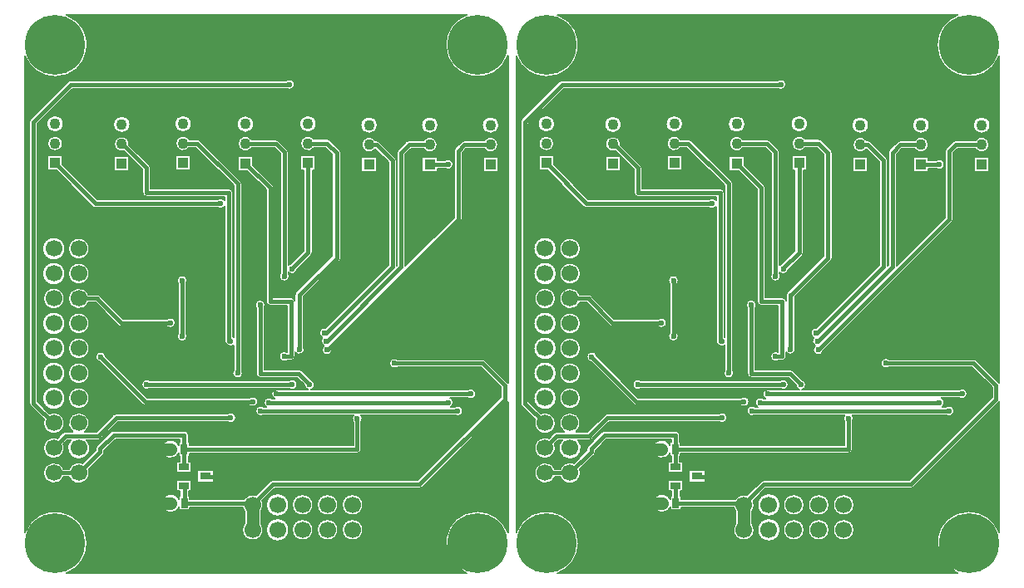
<source format=gbl>
G04 EasyPC Gerber Version 21.0.3 Build 4286 *
G04 #@! TF.Part,Single*
G04 #@! TF.FileFunction,Copper,L2,Bot *
G04 #@! TF.FilePolarity,Positive *
%FSLAX45Y45*%
%MOIN*%
G04 #@! TA.AperFunction,SMDPad*
%ADD25R,0.02559X0.03937*%
G04 #@! TA.AperFunction,ComponentPad*
%ADD75R,0.04331X0.04331*%
G04 #@! TD.AperFunction*
%ADD70C,0.00500*%
%ADD78C,0.01500*%
G04 #@! TA.AperFunction,ViaPad*
%ADD77C,0.02362*%
G04 #@! TA.AperFunction,ComponentPad*
%ADD76C,0.04331*%
G04 #@! TD.AperFunction*
%ADD90C,0.05000*%
G04 #@! TA.AperFunction,ComponentPad*
%ADD74C,0.06693*%
G04 #@! TA.AperFunction,WasherPad*
%ADD23C,0.24016*%
G04 #@! TA.AperFunction,SMDPad*
%ADD127R,0.04134X0.02559*%
X0Y0D02*
D02*
D70*
X197042Y231526D02*
G75*
G02X172056Y235967I-12098J4441D01*
G01*
G75*
G02X180502Y248065I12888J0*
G01*
X20093*
G75*
G02X15652Y223079I-4441J-12098*
G01*
G75*
G02X3554Y231526I0J12888*
G01*
Y40407*
G75*
G02X28540Y35967I12098J-4441*
G01*
G75*
G02X20093Y23868I-12888J0*
G01*
X180502*
G75*
G02X184943Y48854I4441J12098*
G01*
G75*
G02X197042Y40407I0J-12888*
G01*
Y92749*
G75*
G02X196968Y92670I-1228J1074*
G01*
X162774Y58477*
G75*
G02X161620Y57998I-1154J1151*
G01*
X103426*
X98585Y53157*
G75*
G02X98143Y48816I-3822J-1804*
G01*
Y43891*
G75*
G02X98989Y41353I-3380J-2537*
G01*
G75*
G02X90537I-4226*
G01*
G75*
G02X91383Y43891I4226*
G01*
Y48816*
G75*
G02X90649Y50385I3380J2538*
G01*
X69609*
Y49167*
X65290*
Y50414*
G75*
G02X58149Y52015I-3391J1601*
G01*
G75*
G02X65290Y53616I3750*
G01*
Y54864*
X65663*
Y56935*
X64361*
Y61254*
X70254*
Y56935*
X69237*
Y54864*
X69609*
Y53645*
X91212*
G75*
G02X96159Y55342I3551J-2292*
G01*
X101596Y60779*
G75*
G02X102750Y61258I1154J-1151*
G01*
X160945*
X194187Y94499*
Y98515*
X186156Y106546*
X152894*
G75*
G02X149571Y108176I-1261J1630*
G01*
G75*
G02X152894Y109806I2061*
G01*
X186831*
G75*
G02X187985Y109328J-1630*
G01*
X196968Y100344*
G75*
G02X197042Y100265I-1154J-1154*
G01*
Y231526*
X186660Y203798D02*
G75*
G02X193491I3415D01*
G01*
G75*
G02X186660I-3415*
G01*
X187503Y197554D02*
G75*
G02X193121Y195924I2572J-1630D01*
G01*
G75*
G02X187503Y194294I-3045*
G01*
X180279*
X178726Y192742*
Y166085*
G75*
G02X178247Y164931I-1630*
G01*
X126598Y113282*
G75*
G02X122493Y113543I-2044J261*
G01*
G75*
G02X123404Y115253I2061J0*
G01*
G75*
G02X122657Y118552I776J1909*
G01*
G75*
G02X123796Y122454I898J1855*
G01*
X149133Y147790*
Y188873*
X143868Y194137*
G75*
G02X138357Y195924I-2466J1787*
G01*
G75*
G02X143975Y197554I3045*
G01*
X144386*
G75*
G02X145540Y197076J-1630*
G01*
X151914Y190702*
G75*
G02X152393Y189548I-1151J-1154*
G01*
Y147431*
X152627Y147665*
Y192793*
G75*
G02X153106Y193947I1630*
G01*
X156235Y197076*
G75*
G02X157389Y197554I1154J-1151*
G01*
X163167*
G75*
G02X168784Y195924I2572J-1630*
G01*
G75*
G02X163167Y194294I-3045*
G01*
X158064*
X155887Y192118*
Y147181*
X175466Y166760*
Y193417*
G75*
G02X175945Y194571I1630*
G01*
X178450Y197076*
G75*
G02X179604Y197554I1154J-1151*
G01*
X187503*
X187030Y191096D02*
X193120D01*
Y185006*
X187030*
Y191096*
X171841Y189680D02*
G75*
G02X175163Y188050I1261J-1630D01*
G01*
G75*
G02X171841Y186420I-2061*
G01*
X168786*
Y185006*
X162695*
Y191096*
X168786*
Y189680*
X171841*
X113526Y204298D02*
G75*
G02X120356I3415D01*
G01*
G75*
G02X113526I-3415*
G01*
X130210Y192668D02*
G75*
G02Y192667I-635J0D01*
G01*
G75*
G02Y192665I-641J-1*
G01*
Y150485*
G75*
G02X129680Y149214I-1787J0*
G01*
X115234Y134888*
Y114807*
G75*
G02X111707Y112676I-1787J-1026*
G01*
Y110922*
G75*
G02X110077Y109292I-1630*
G01*
X108717*
G75*
G02X105395Y110922I-1261J1630*
G01*
G75*
G02X108447Y112729I2061*
G01*
Y131382*
X101715*
G75*
G02X100085Y133012J1630*
G01*
Y177890*
X92595Y185380*
X88809*
Y191470*
X94900*
Y187685*
X102866Y179719*
G75*
G02X103345Y178565I-1151J-1154*
G01*
Y134642*
X110077*
G75*
G02X111659Y133404J-1630*
G01*
Y135633*
G75*
G02X112189Y136904I1787J0*
G01*
X126635Y151230*
Y191928*
X123927Y194636*
X119406*
G75*
G02X113896Y196424I-2465J1787*
G01*
G75*
G02X119406Y198211I3045*
G01*
X124664*
G75*
G02X125931Y197687I3J-1787*
G01*
X129687Y193932*
G75*
G02X130210Y192668I-1264J-1264*
G01*
X180952Y97576D02*
G75*
G02X184274Y95946I1261J-1630D01*
G01*
G75*
G02X180952Y94316I-2061*
G01*
X173981*
G75*
G02X174207Y90711I-878J-1865*
G01*
X175710*
G75*
G02X179032Y89081I1261J-1630*
G01*
G75*
G02X175710Y87452I-2061*
G01*
X138204*
G75*
G02X138290Y84825I-1544J-1365*
G01*
Y73731*
G75*
G02X136660Y72101I-1630*
G01*
X69485*
Y70884*
X69094*
Y68813*
X70254*
Y64494*
X64361*
Y68813*
X65519*
Y70884*
X65166*
Y72131*
G75*
G02X58024Y73731I-3392J1600*
G01*
G75*
G02X65166Y75330I3750*
G01*
Y76581*
X65538*
Y77559*
X39804*
X35360Y73115*
Y72607*
G75*
G02X34833Y71340I-1787J0*
G01*
X29070Y65608*
G75*
G02X21194Y62545I-3976J-1433*
G01*
X18993*
G75*
G02X10867Y64175I-3900J1630*
G01*
G75*
G02X18993Y65805I4226*
G01*
X21194*
G75*
G02X26549Y68143I3900J-1630*
G01*
X31785Y73351*
Y73856*
G75*
G02X32311Y75122I1787*
G01*
X37798Y80609*
G75*
G02X39064Y81134I1266J-1262*
G01*
X67325*
G75*
G02X69113Y79347J-1787*
G01*
Y76581*
X69485*
Y75361*
X135030*
Y84825*
G75*
G02X135116Y87452I1630J1261*
G01*
X99250*
G75*
G02X95928Y89081I-1261J1630*
G01*
G75*
G02X99250Y90711I2061*
G01*
X100235*
G75*
G02X99280Y92451I1105J1740*
G01*
G75*
G02X102602Y94081I2061*
G01*
X103457*
G75*
G02X102275Y95946I878J1865*
G01*
G75*
G02X105597Y97576I2061*
G01*
X117026*
G75*
G02X115504Y99565I539J1989*
G01*
G75*
G02Y99571I2141J3*
G01*
X112647Y102427*
X97739*
G75*
G02X96109Y104057J1630*
G01*
Y130379*
G75*
G02X95678Y131639I1631J1260*
G01*
G75*
G02X99800I2061*
G01*
G75*
G02X99369Y130377I-2061*
G01*
Y105687*
X113322*
G75*
G02X114475Y105208I0J-1630*
G01*
X118141Y101544*
G75*
G02X118104Y97576I-576J-1979*
G01*
X180952*
X72652Y65404D02*
X79286D01*
Y60344*
X72652*
Y65404*
X113896Y191596D02*
X119987D01*
Y185506*
X118728*
Y152731*
G75*
G02X118217Y151480I-1787*
G01*
X112606Y145758*
G75*
G02X109086Y144693I-2030J358*
G01*
Y144383*
G75*
G02X109517Y143121I-1630J-1261*
G01*
G75*
G02X105395I-2061*
G01*
G75*
G02X105826Y144383I2061*
G01*
Y192224*
X103381Y194669*
X94428*
G75*
G02X88810Y196299I-2572J1630*
G01*
G75*
G02X94428Y197929I3045*
G01*
X104057*
G75*
G02X105211Y197450J-1630*
G01*
X108607Y194054*
G75*
G02X109086Y192900I-1151J-1154*
G01*
Y147540*
G75*
G02X109837Y148041I1491J-1424*
G01*
X115154Y153461*
Y185506*
X113896*
Y191596*
X137987Y203798D02*
G75*
G02X144818I3415D01*
G01*
G75*
G02X137987I-3415*
G01*
X138357Y191096D02*
X144447D01*
Y185006*
X138357*
Y191096*
X162324Y203798D02*
G75*
G02X169154I3415D01*
G01*
G75*
G02X162324I-3415*
G01*
X108316Y221755D02*
G75*
G02X111639Y220125I1261J-1630D01*
G01*
G75*
G02X108316Y218495I-2061*
G01*
X22641*
X8494Y204348*
Y92837*
X13320Y88011*
G75*
G02X19320Y84175I1773J-3837*
G01*
G75*
G02X10867I-4226*
G01*
G75*
G02X11117Y85605I4227J0*
G01*
X5713Y91008*
G75*
G02X5235Y92162I1151J1154*
G01*
Y205024*
G75*
G02X5713Y206178I1630*
G01*
X20812Y221276*
G75*
G02X21966Y221755I1154J-1151*
G01*
X108316*
X38893Y204048D02*
G75*
G02X45724I3415D01*
G01*
G75*
G02X38893I-3415*
G01*
X90365Y105444D02*
G75*
G02X90796Y104183I-1630J-1261D01*
G01*
G75*
G02X86674I-2061*
G01*
G75*
G02X87106Y105444I2061*
G01*
Y115298*
G75*
G02X84622Y115548I-1077J1758*
G01*
G75*
G02X83611Y117056I619J1508*
G01*
Y171044*
G75*
G02X80970Y170538I-1615J1281*
G01*
X31703*
G75*
G02X30431Y171066I-3J1787*
G01*
X16103Y185506*
X12556*
Y191596*
X18646*
Y188019*
X32445Y174113*
X80970*
G75*
G02X83611Y173606I1026J-1787*
G01*
Y175063*
X52293*
G75*
G02X50663Y176693J1630*
G01*
Y185878*
X45353Y191188*
Y185254*
X39262*
Y191344*
X45196*
X43259Y193281*
G75*
G02X39263Y196174I-951J2893*
G01*
G75*
G02X45354I3045*
G01*
G75*
G02X45333Y195818I-3045J0*
G01*
X53444Y187707*
G75*
G02X53923Y186553I-1151J-1154*
G01*
Y178323*
X85241*
G75*
G02X86871Y176693J-1630*
G01*
Y118937*
G75*
G02X87106Y118813I-844J-1882*
G01*
Y179513*
X71824Y194794*
X69467*
G75*
G02X63850Y196424I-2572J1630*
G01*
G75*
G02X69467Y198054I3045*
G01*
X72500*
G75*
G02X73654Y197575J-1630*
G01*
X89887Y181342*
G75*
G02X90365Y180188I-1151J-1154*
G01*
Y105444*
X64459Y141495D02*
G75*
G02X68581I2061D01*
G01*
G75*
G02X68150Y140233I-2061*
G01*
Y120296*
G75*
G02X68581Y119034I-1630J-1261*
G01*
G75*
G02X64459I-2061*
G01*
G75*
G02X64891Y120296I2061*
G01*
Y140233*
G75*
G02X64459Y141495I1630J1261*
G01*
X84767Y87966D02*
G75*
G02X88089Y86336I1261J-1630D01*
G01*
G75*
G02X84767Y84706I-2061*
G01*
X40737*
X34622Y78591*
G75*
G02X33073Y77467I-1550J506*
G01*
X28301*
G75*
G02X25094Y69578I-3207J-3293*
G01*
G75*
G02X21886Y77467J4596*
G01*
X20511*
X18950Y75906*
G75*
G02X15094Y69948I-3856J-1731*
G01*
G75*
G02Y78401J4226*
G01*
G75*
G02X16569Y78135I0J-4227*
G01*
X18682Y80248*
G75*
G02X19836Y80727I1154J-1151*
G01*
X22649*
G75*
G02X25094Y88401I2444J3448*
G01*
G75*
G02X27538Y80727J-4226*
G01*
X32148*
X38908Y87487*
G75*
G02X40062Y87966I1154J-1151*
G01*
X84767*
X20867Y94175D02*
G75*
G02X29320I4226D01*
G01*
G75*
G02X20867I-4226*
G01*
Y104175D02*
G75*
G02X29320I4226D01*
G01*
G75*
G02X20867I-4226*
G01*
Y114175D02*
G75*
G02X29320I4226D01*
G01*
G75*
G02X20867I-4226*
G01*
Y124175D02*
G75*
G02X29320I4226D01*
G01*
G75*
G02X20867I-4226*
G01*
X60518Y126100D02*
G75*
G02X63839Y124470I1260J-1631D01*
G01*
G75*
G02X60515Y122841I-2061*
G01*
X42115*
G75*
G02X40961Y123319J1630*
G01*
X31733Y132545*
X28993*
G75*
G02X20867Y134175I-3900J1630*
G01*
G75*
G02X28993Y135805I4226*
G01*
X32573*
G75*
G02X34071Y134818J-1630*
G01*
X42790Y126100*
X60518*
X109315Y101320D02*
G75*
G02X112637Y99690I1261J-1630D01*
G01*
G75*
G02X109315Y98060I-2061*
G01*
X53554*
G75*
G02X50232Y99690I-1261J1630*
G01*
G75*
G02X53554Y101320I2061*
G01*
X109315*
X93578Y94456D02*
G75*
G02X96900Y92826I1261J-1630D01*
G01*
G75*
G02X93578Y91196I-2061*
G01*
X51794*
G75*
G02X50640Y91674J1630*
G01*
X33561Y108753*
G75*
G02X31761Y110797I261J2044*
G01*
G75*
G02X35867Y111058I2061*
G01*
X52469Y94456*
X93578*
X20867Y144175D02*
G75*
G02X29320I4226D01*
G01*
G75*
G02X20867I-4226*
G01*
Y154175D02*
G75*
G02X29320I4226D01*
G01*
G75*
G02X20867I-4226*
G01*
X63480Y204298D02*
G75*
G02X70310I3415D01*
G01*
G75*
G02X63480I-3415*
G01*
X63849Y191596D02*
X69939D01*
Y185506*
X63849*
Y191596*
X88440Y204173D02*
G75*
G02X95271I3415D01*
G01*
G75*
G02X88440I-3415*
G01*
X10497Y94175D02*
G75*
G02X19690I4596D01*
G01*
G75*
G02X10497I-4596*
G01*
Y104175D02*
G75*
G02X19690I4596D01*
G01*
G75*
G02X10497I-4596*
G01*
Y114175D02*
G75*
G02X19690I4596D01*
G01*
G75*
G02X10497I-4596*
G01*
Y124175D02*
G75*
G02X19690I4596D01*
G01*
G75*
G02X10497I-4596*
G01*
Y144175D02*
G75*
G02X19690I4596D01*
G01*
G75*
G02X10497I-4596*
G01*
X10867Y134175D02*
G75*
G02X19320I4226D01*
G01*
G75*
G02X10867I-4226*
G01*
X10497Y154175D02*
G75*
G02X19690I4596D01*
G01*
G75*
G02X10497I-4596*
G01*
X12185Y204298D02*
G75*
G02X19016I3415D01*
G01*
G75*
G02X12185I-3415*
G01*
X12556Y196424D02*
G75*
G02X18646I3045D01*
G01*
G75*
G02X12556I-3045*
G01*
X110537Y41353D02*
G75*
G02X118989I4226D01*
G01*
G75*
G02X110537I-4226*
G01*
Y51353D02*
G75*
G02X118989I4226D01*
G01*
G75*
G02X110537I-4226*
G01*
X120537Y41353D02*
G75*
G02X128989I4226D01*
G01*
G75*
G02X120537I-4226*
G01*
Y51353D02*
G75*
G02X128989I4226D01*
G01*
G75*
G02X120537I-4226*
G01*
X130537Y41353D02*
G75*
G02X138989I4226D01*
G01*
G75*
G02X130537I-4226*
G01*
Y51353D02*
G75*
G02X138989I4226D01*
G01*
G75*
G02X130537I-4226*
G01*
X100167Y41353D02*
G75*
G02X109359I4596D01*
G01*
G75*
G02X100167I-4596*
G01*
Y51353D02*
G75*
G02X109359I4596D01*
G01*
G75*
G02X100167I-4596*
G01*
X3944Y41353D02*
G36*
X3804D01*
Y41037*
G75*
G02X3944Y41353I11847J-5078*
G01*
G37*
X179873Y24118D02*
G36*
G75*
G02X172056Y35967I5070J11848D01*
G01*
G75*
G02X173235Y41353I12888J0*
G01*
X138989*
G75*
G02X130537I-4226*
G01*
X128989*
G75*
G02X120537I-4226*
G01*
X118989*
G75*
G02X110537I-4226*
G01*
X109359*
G75*
G02X100167I-4596*
G01*
X98989*
G75*
G02X90537I-4226*
G01*
X27360*
G75*
G02X28540Y35967I-11709J-5386*
G01*
G75*
G02X20722Y24118I-12889J1*
G01*
X179873*
G37*
X196792Y41037D02*
G36*
Y41353D01*
X196651*
G75*
G02X196792Y41037I-11706J-5394*
G01*
G37*
X58208Y51353D02*
G36*
X3804D01*
Y41353*
X3944*
G75*
G02X27360I11708J-5387*
G01*
X90537*
G75*
G02X91383Y43891I4229J-1*
G01*
Y48816*
G75*
G02X90649Y50385I3376J2536*
G01*
X69609*
Y49167*
X65290*
Y50414*
G75*
G02X58208Y51353I-3391J1601*
G01*
G37*
X196651Y41353D02*
G36*
X196792D01*
Y51353*
X138989*
G75*
G02X130537I-4226*
G01*
X128989*
G75*
G02X120537I-4226*
G01*
X118989*
G75*
G02X110537I-4226*
G01*
X109359*
G75*
G02X100167I-4596*
G01*
X98989*
G75*
G02X98143Y48816I-4226*
G01*
Y43891*
G75*
G02X98989Y41353I-3382J-2538*
G01*
X100167*
G75*
G02X109359I4596*
G01*
X110537*
G75*
G02X118989I4226*
G01*
X120537*
G75*
G02X128989I4226*
G01*
X130537*
G75*
G02X138989I4226*
G01*
X173235*
G75*
G02X184943Y48854I11708J-5387*
G01*
G75*
G02X196651Y41353I-1J-12889*
G01*
G37*
X162561Y62874D02*
G36*
X79286D01*
Y60344*
X72652*
Y62874*
X29115*
G75*
G02X21194Y62545I-4021J1301*
G01*
X18993*
G75*
G02X11072Y62874I-3900J1630*
G01*
X3804*
Y51353*
X58208*
G75*
G02X58149Y52015I3691J663*
G01*
G75*
G02X65290Y53616I3750*
G01*
Y54864*
X65663*
Y56935*
X64361*
Y61254*
X70254*
Y56935*
X69237*
Y54864*
X69609*
Y53645*
X91212*
G75*
G02X96159Y55342I3551J-2292*
G01*
X101596Y60779*
G75*
G02X102750Y61258I1154J-1150*
G01*
X160945*
X162561Y62874*
G37*
X167172D02*
G36*
X162774Y58477D01*
G75*
G02X161620Y57998I-1154J1150*
G01*
X103426*
X98585Y53157*
G75*
G02X98989Y51353I-3823J-1804*
G01*
X100167*
G75*
G02X109359I4596*
G01*
X110537*
G75*
G02X118989I4226*
G01*
X120537*
G75*
G02X128989I4226*
G01*
X130537*
G75*
G02X138989I4226*
G01*
X196792*
Y62874*
X167172*
G37*
X36179Y78990D02*
G36*
X35021D01*
X34622Y78591*
G75*
G02X33073Y77467I-1549J506*
G01*
X28301*
G75*
G02X29690Y74175I-3208J-3293*
G01*
G75*
G02X25094Y69578I-4596*
G01*
G75*
G02X20497Y74175J4596*
G01*
G75*
G02X21886Y77467I4597*
G01*
X20511*
X18950Y75906*
G75*
G02X19320Y74175I-3856J-1730*
G01*
G75*
G02X15094Y69948I-4226*
G01*
G75*
G02X10867Y74175J4226*
G01*
G75*
G02X15094Y78401I4226*
G01*
G75*
G02X16569Y78135I0J-4228*
G01*
X17424Y78990*
X3804*
Y62874*
X11072*
G75*
G02X10867Y64174I4021J1301*
G01*
Y64175*
Y64175*
G75*
G02X18993Y65805I4226*
G01*
X21194*
G75*
G02X26549Y68143I3900J-1630*
G01*
X31785Y73351*
Y73856*
G75*
G02X32311Y75122I1788*
G01*
X36179Y78990*
G37*
X178677D02*
G36*
X138290D01*
Y73731*
G75*
G02X136660Y72101I-1630*
G01*
X69485*
Y70884*
X69094*
Y68813*
X70254*
Y64494*
X64361*
Y68813*
X65519*
Y70884*
X65166*
Y72131*
G75*
G02X58024Y73731I-3392J1600*
G01*
G75*
G02X65166Y75330I3750*
G01*
Y76581*
X65538*
Y77559*
X39804*
X35360Y73115*
Y72607*
G75*
G02X34833Y71340I-1789J0*
G01*
X29070Y65608*
G75*
G02X29320Y64175I-3976J-1433*
G01*
G75*
G02X29115Y62874I-4227*
G01*
X72652*
Y65404*
X79286*
Y62874*
X162561*
X178677Y78990*
G37*
X135030D02*
G36*
X69113D01*
Y76581*
X69485*
Y75361*
X135030*
Y78990*
G37*
X183287D02*
G36*
X167172Y62874D01*
X196792*
Y78990*
X183287*
G37*
X102472Y96824D02*
G36*
X50100D01*
X52469Y94456*
X93578*
G75*
G02X96900Y92826I1261J-1630*
G01*
G75*
G02X93578Y91196I-2061*
G01*
X51794*
G75*
G02X50640Y91674I0J1629*
G01*
X45490Y96824*
X28386*
G75*
G02X29320Y94175I-3293J-2650*
G01*
G75*
G02X20867I-4226*
G01*
G75*
G02X21801Y96824I4226J0*
G01*
X18850*
G75*
G02X19690Y94175I-3756J-2650*
G01*
G75*
G02X10497I-4596*
G01*
G75*
G02X11338Y96824I4596*
G01*
X8494*
Y92837*
X13320Y88011*
G75*
G02X19320Y84175I1773J-3837*
G01*
G75*
G02X10867I-4226*
G01*
G75*
G02Y84177I4177J1*
G01*
G75*
G02X11117Y85605I4218*
G01*
X5713Y91008*
G75*
G02X5235Y92162I1150J1154*
G01*
Y92162*
Y96824*
X3804*
Y78990*
X17424*
X18682Y80248*
G75*
G02X19836Y80727I1154J-1150*
G01*
X22649*
G75*
G02X20867Y84175I2444J3448*
G01*
G75*
G02X25094Y88401I4226*
G01*
G75*
G02X29320Y84175J-4226*
G01*
G75*
G02X27538Y80727I-4226*
G01*
X32148*
X38908Y87487*
G75*
G02X40062Y87966I1154J-1150*
G01*
X84767*
G75*
G02X88089Y86336I1261J-1630*
G01*
G75*
G02X84767Y84706I-2061*
G01*
X40737*
X35021Y78990*
X36179*
X37798Y80609*
G75*
G02X39064Y81134I1266J-1262*
G01*
X67325*
G75*
G02X69113Y79347J-1787*
G01*
Y78990*
X135030*
Y84825*
G75*
G02X134599Y86086I1630J1261*
G01*
G75*
G02X135116Y87452I2061*
G01*
X99250*
G75*
G02X95928Y89081I-1261J1630*
G01*
G75*
G02X99250Y90711I2061*
G01*
X100235*
G75*
G02X99280Y92451I1106J1740*
G01*
G75*
G02X102602Y94081I2061*
G01*
X103457*
G75*
G02X102275Y95945I878J1864*
G01*
Y95946*
G75*
G02X102472Y96824I2061J0*
G01*
G37*
X194187D02*
G36*
X184077D01*
G75*
G02X184274Y95946I-1865J-879*
G01*
G75*
G02X180952Y94316I-2061*
G01*
X173981*
G75*
G02X175163Y92451I-878J-1865*
G01*
G75*
G02X174207Y90711I-2061*
G01*
X175710*
G75*
G02X179032Y89081I1261J-1630*
G01*
G75*
G02X175710Y87452I-2061*
G01*
X138204*
G75*
G02X138721Y86086I-1545J-1365*
G01*
G75*
G02X138290Y84825I-2061*
G01*
Y78990*
X178677*
X194187Y94499*
Y96824*
G37*
X196792Y92494D02*
G36*
X183287Y78990D01*
X196792*
Y92494*
G37*
X5235Y99690D02*
G36*
X3804D01*
Y96824*
X5235*
Y99690*
G37*
X45490Y96824D02*
G36*
X42624Y99690D01*
X16100*
G75*
G02X14088I-1006J4485*
G01*
X8494*
Y96824*
X11338*
G75*
G02X18850I3756J-2650*
G01*
X21801*
G75*
G02X28386I3293J-2650*
G01*
X45490*
G37*
X102472D02*
G36*
G75*
G02X105597Y97576I1864J-878D01*
G01*
X117026*
G75*
G02X115504Y99565I539J1990*
G01*
Y99571*
X115385Y99690*
X112637*
G75*
G02X109315Y98060I-2061*
G01*
X53554*
G75*
G02X50232Y99690I-1261J1630*
G01*
X47235*
X50100Y96824*
X102472*
G37*
X184077D02*
G36*
X194187D01*
Y98515*
X193012Y99690*
X119622*
G75*
G02X119626Y99565I-2057J-121*
G01*
G75*
G02X118104Y97576I-2061*
G01*
X180952*
G75*
G02X184077Y96824I1261J-1630*
G01*
G37*
X5235Y104175D02*
G36*
X3804D01*
Y99690*
X5235*
Y104175*
G37*
X10497D02*
G36*
X8494D01*
Y99690*
X14088*
G75*
G02X10497Y104175I1006J4485*
G01*
G37*
X42624Y99690D02*
G36*
X38139Y104175D01*
X29320*
G75*
G02X20867I-4226*
G01*
X19690*
G75*
G02X16100Y99690I-4596*
G01*
X42624*
G37*
X115385D02*
G36*
X112647Y102427D01*
X97739*
G75*
G02X96109Y104057J1630*
G01*
Y104175*
X90796*
G75*
G02X86674I-2061J8*
G01*
X42750*
X47235Y99690*
X50232*
G75*
G02X53554Y101320I2061*
G01*
X109315*
G75*
G02X112637Y99690I1261J-1630*
G01*
X115385*
G37*
X193012D02*
G36*
X188527Y104175D01*
X115509*
X118141Y101544*
G75*
G02X119622Y99690I-576J-1979*
G01*
X193012*
G37*
X196792Y100520D02*
G36*
Y104175D01*
X193137*
X196792Y100520*
G37*
X5235Y114175D02*
G36*
X3804D01*
Y104175*
X5235*
Y114175*
G37*
X86674Y104175D02*
G36*
G75*
G02Y104183I2069J4D01*
G01*
G75*
G02X87106Y105444I2059J1*
G01*
Y114175*
X29320*
G75*
G02X20867I-4226*
G01*
X19690*
G75*
G02X10497I-4596*
G01*
X8494*
Y104175*
X10497*
G75*
G02X19690I4596*
G01*
X20867*
G75*
G02X29320I4226*
G01*
X38139*
X33561Y108753*
G75*
G02X31761Y110797I260J2044*
G01*
Y110797*
Y110798*
G75*
G02X35867Y111058I2061*
G01*
X42750Y104175*
X86674*
G37*
X96109D02*
G36*
Y114175D01*
X90365*
Y105444*
G75*
G02X90796Y104183I-1628J-1261*
G01*
G75*
G02Y104175I-2069J-5*
G01*
X96109*
G37*
X193137D02*
G36*
X196792D01*
Y114175*
X127491*
X126598Y113282*
G75*
G02X122493Y113543I-2044J260*
G01*
Y113543*
Y113543*
G75*
G02X122592Y114175I2059*
G01*
X115469*
G75*
G02X115507Y113781I-2022J-395*
G01*
G75*
G02X111707Y112676I-2061*
G01*
Y110922*
G75*
G02X110077Y109292I-1630*
G01*
X108717*
G75*
G02X105395Y110922I-1261J1630*
G01*
G75*
G02X108447Y112729I2061J0*
G01*
Y114175*
X99369*
Y105687*
X113322*
G75*
G02X114475Y105208J-1629*
G01*
X115509Y104175*
X188527*
X186156Y106546*
X152894*
G75*
G02X149571Y108176I-1261J1630*
G01*
G75*
G02X152894Y109806I2061*
G01*
X186831*
G75*
G02X187985Y109328I0J-1629*
G01*
X193137Y104175*
G37*
X5235Y124175D02*
G36*
X3804D01*
Y114175*
X5235*
Y124175*
G37*
X87106Y114175D02*
G36*
Y115298D01*
G75*
G02X84622Y115548I-1077J1759*
G01*
G75*
G02X83611Y117055I618J1507*
G01*
G75*
G02Y117056I1805J0*
G01*
Y124175*
X68150*
Y120296*
G75*
G02X68581Y119035I-1628J-1261*
G01*
G75*
G02Y119034I-2374J0*
G01*
G75*
G02X64459I-2061*
G01*
G75*
G02Y119035I2374J0*
G01*
G75*
G02X64891Y120296I2059*
G01*
Y124175*
X63818*
G75*
G02X60515Y122841I-2040J295*
G01*
X42115*
G75*
G02X40961Y123319I0J1629*
G01*
X40106Y124175*
X29320*
G75*
G02X20867I-4226*
G01*
X19690*
G75*
G02X10497I-4596*
G01*
X8494*
Y114175*
X10497*
G75*
G02X19690I4596*
G01*
X20867*
G75*
G02X29320I4226*
G01*
X87106*
G37*
Y124175D02*
G36*
X86871D01*
Y118937*
G75*
G02X87106Y118813I-855J-1902*
G01*
Y124175*
G37*
X96109D02*
G36*
X90365D01*
Y114175*
X96109*
Y124175*
G37*
X108447Y114175D02*
G36*
Y124175D01*
X99369*
Y114175*
X108447*
G37*
X125517Y124175D02*
G36*
X115234D01*
Y114807*
G75*
G02X115469Y114175I-1788J-1026*
G01*
X122592*
G75*
G02X123404Y115253I1961J-632*
G01*
G75*
G02X122119Y117162I776J1909*
G01*
G75*
G02X122657Y118552I2061*
G01*
G75*
G02X121494Y120407I898J1855*
G01*
G75*
G02X123796Y122454I2061*
G01*
X125517Y124175*
G37*
X137491D02*
G36*
X127491Y114175D01*
X196792*
Y124175*
X137491*
G37*
X5235Y130265D02*
G36*
X3804D01*
Y124175*
X5235*
Y130265*
G37*
X40106Y124175D02*
G36*
X34015Y130265D01*
X26698*
G75*
G02X23489I-1604J3910*
G01*
X16698*
G75*
G02X13490I-1604J3911*
G01*
X8494*
Y124175*
X10497*
G75*
G02X19690I4596*
G01*
X20867*
G75*
G02X29320I4226*
G01*
X40106*
G37*
X83611Y130265D02*
G36*
X68150D01*
Y124175*
X83611*
Y130265*
G37*
X64891D02*
G36*
X38625D01*
X42790Y126100*
X60518*
G75*
G02X63839Y124470I1260J-1631*
G01*
G75*
G02X63818Y124175I-2062J0*
G01*
X64891*
Y130265*
G37*
X87106D02*
G36*
X86871D01*
Y124175*
X87106*
Y130265*
G37*
X96109D02*
G36*
X90365D01*
Y124175*
X96109*
Y130265*
G37*
X108447D02*
G36*
X99369D01*
Y124175*
X108447*
Y130265*
G37*
X131607D02*
G36*
X115234D01*
Y124175*
X125517*
X131607Y130265*
G37*
X143581D02*
G36*
X137491Y124175D01*
X196792*
Y130265*
X143581*
G37*
X5235Y144175D02*
G36*
X3804D01*
Y130265*
X5235*
Y144175*
G37*
X83611D02*
G36*
X29320D01*
G75*
G02X20867I-4226*
G01*
X19690*
G75*
G02X10497I-4596*
G01*
X8494*
Y130265*
X13490*
G75*
G02X10867Y134175I1604J3910*
G01*
G75*
G02X19320I4226*
G01*
G75*
G02X16698Y130265I-4226*
G01*
X23489*
G75*
G02X20867Y134174I1604J3910*
G01*
Y134175*
G75*
G02X28993Y135805I4226*
G01*
X32573*
G75*
G02X34071Y134818I1J-1629*
G01*
X38625Y130265*
X64891*
Y140233*
G75*
G02X64459Y141494I1628J1261*
G01*
G75*
G02Y141495I2374J0*
G01*
G75*
G02X68581I2061*
G01*
G75*
G02Y141494I-2374J0*
G01*
G75*
G02X68150Y140233I-2059*
G01*
Y130265*
X83611*
Y144175*
G37*
X34015Y130265D02*
G36*
X31733Y132545D01*
X28993*
G75*
G02X26698Y130265I-3900J1629*
G01*
X34015*
G37*
X87106Y144175D02*
G36*
X86871D01*
Y130265*
X87106*
Y144175*
G37*
X108447Y130265D02*
G36*
Y131382D01*
X101715*
G75*
G02X100085Y133012J1630*
G01*
Y144175*
X90365*
Y130265*
X96109*
Y130379*
G75*
G02X95678Y131639I1632J1261*
G01*
G75*
G02X99800I2061*
G01*
G75*
G02X99369Y130377I-2062*
G01*
Y130265*
X108447*
G37*
X119521Y144175D02*
G36*
X111266D01*
G75*
G02X109885I-690J1942*
G01*
X109228*
G75*
G02X109517Y143122I-1769J-1052*
G01*
G75*
G02Y143121I-2374J0*
G01*
G75*
G02X105395I-2061*
G01*
G75*
G02Y143122I2374J0*
G01*
G75*
G02X105684Y144175I2059J0*
G01*
X103345*
Y134642*
X110077*
G75*
G02X111659Y133404J-1630*
G01*
Y135633*
G75*
G02X112189Y136904I1789J0*
G01*
X119521Y144175*
G37*
X145517D02*
G36*
X124598D01*
X115234Y134888*
Y130265*
X131607*
X145517Y144175*
G37*
X157491D02*
G36*
X143581Y130265D01*
X196792*
Y144175*
X157491*
G37*
X5235Y155226D02*
G36*
X3804D01*
Y144175*
X5235*
Y155226*
G37*
X83611D02*
G36*
X29187D01*
G75*
G02X29320Y154175I-4094J-1051*
G01*
G75*
G02X20867I-4226*
G01*
G75*
G02X21000Y155226I4226*
G01*
X19569*
G75*
G02X19690Y154175I-4475J-1050*
G01*
G75*
G02X10497I-4596*
G01*
G75*
G02X10619Y155226I4596J0*
G01*
X8494*
Y144175*
X10497*
G75*
G02X19690I4596*
G01*
X20867*
G75*
G02X29320I4226*
G01*
X83611*
Y155226*
G37*
X87106D02*
G36*
X86871D01*
Y144175*
X87106*
Y155226*
G37*
X100085D02*
G36*
X90365D01*
Y144175*
X100085*
Y155226*
G37*
X109885Y144175D02*
G36*
G75*
G02X109086Y144693I691J1942D01*
G01*
Y144383*
G75*
G02X109228Y144175I-1628J-1262*
G01*
X109885*
G37*
X105684D02*
G36*
G75*
G02X105826Y144383I1770J-1054D01*
G01*
Y155226*
X103345*
Y144175*
X105684*
G37*
X115154Y155226D02*
G36*
X109086D01*
Y147540*
G75*
G02X109837Y148041I1494J-1430*
G01*
X115154Y153461*
Y155226*
G37*
X126635D02*
G36*
X118728D01*
Y152731*
Y152731*
G75*
G02X118217Y151480I-1786*
G01*
X112606Y145758*
G75*
G02X111266Y144175I-2030J359*
G01*
X119521*
X126635Y151230*
Y155226*
G37*
X145517Y144175D02*
G36*
X149133Y147790D01*
Y155226*
X130210*
Y150485*
G75*
G02X129680Y149214I-1789J0*
G01*
X124598Y144175*
X145517*
G37*
X152627Y155226D02*
G36*
X152393D01*
Y147431*
X152627Y147665*
Y155226*
G37*
X163931D02*
G36*
X155887D01*
Y147181*
X163931Y155226*
G37*
X168542D02*
G36*
X157491Y144175D01*
X196792*
Y155226*
X168542*
G37*
X5235Y188051D02*
G36*
X3804D01*
Y155226*
X5235*
Y188051*
G37*
X83611Y155226D02*
G36*
Y171044D01*
G75*
G02X80970Y170538I-1615J1281*
G01*
X31703*
G75*
G02X30431Y171066I-4J1786*
G01*
X16103Y185506*
X12556*
Y188051*
X8494*
Y155226*
X10619*
G75*
G02X19569I4475J-1051*
G01*
X21000*
G75*
G02X29187I4094J-1051*
G01*
X83611*
G37*
X48489Y188051D02*
G36*
X45353D01*
Y185254*
X39262*
Y188051*
X18646*
Y188019*
X32445Y174113*
X80970*
G75*
G02X83611Y173606I1026J-1788*
G01*
Y175063*
X52293*
G75*
G02X50663Y176693J1630*
G01*
Y185878*
X48489Y188051*
G37*
X87106Y155226D02*
G36*
Y179513D01*
X78567Y188051*
X69939*
Y185506*
X63849*
Y188051*
X53100*
X53444Y187707*
G75*
G02X53923Y186553I-1150J-1154*
G01*
Y186553*
Y178323*
X85241*
G75*
G02X86871Y176693J-1630*
G01*
Y155226*
X87106*
G37*
X100085D02*
G36*
Y177890D01*
X92595Y185380*
X88809*
Y188051*
X83177*
X89887Y181342*
G75*
G02X90365Y180188I-1150J-1154*
G01*
Y180188*
Y155226*
X100085*
G37*
X105826Y188051D02*
G36*
X94900D01*
Y187685*
X102866Y179719*
G75*
G02X103345Y178566I-1150J-1154*
G01*
Y178565*
Y155226*
X105826*
Y188051*
G37*
X113896D02*
G36*
X109086D01*
Y155226*
X115154*
Y185506*
X113896*
Y188051*
G37*
X126635D02*
G36*
X119987D01*
Y185506*
X118728*
Y155226*
X126635*
Y188051*
G37*
X175466D02*
G36*
X175163D01*
G75*
G02Y188050I-2654J0*
G01*
G75*
G02X171841Y186420I-2061*
G01*
X168786*
Y185006*
X162695*
Y188051*
X155887*
Y155226*
X163931*
X175466Y166760*
Y188051*
G37*
X149133D02*
G36*
X144447D01*
Y185006*
X138357*
Y188051*
X130210*
Y155226*
X149133*
Y188051*
G37*
X152627D02*
G36*
X152393D01*
Y155226*
X152627*
Y188051*
G37*
X193120D02*
G36*
Y185006D01*
X187030*
Y188051*
X178726*
Y166085*
Y166085*
G75*
G02X178247Y164931I-1629*
G01*
X168542Y155226*
X196792*
Y188051*
X193120*
G37*
X5235Y196424D02*
G36*
X3804D01*
Y188051*
X5235*
Y196424*
G37*
X39262Y188051D02*
G36*
Y191344D01*
X45196*
X43259Y193281*
G75*
G02X39263Y196174I-951J2893*
G01*
G75*
G02X39274Y196424I3046*
G01*
X18646*
G75*
G02X12556I-3045*
G01*
X8494*
Y188051*
X12556*
Y191596*
X18646*
Y188051*
X39262*
G37*
X78567D02*
G36*
X71824Y194794D01*
X69467*
G75*
G02X63850Y196424I-2572J1630*
G01*
X45344*
G75*
G02X45354Y196174I-3035J-250*
G01*
G75*
G02Y196171I-2958J-2*
G01*
G75*
G02X45333Y195818I-2998*
G01*
X53100Y188051*
X63849*
Y191596*
X69939*
Y188051*
X78567*
G37*
X48489D02*
G36*
X45353Y191188D01*
Y188051*
X48489*
G37*
X105826D02*
G36*
Y192224D01*
X103381Y194669*
X94428*
G75*
G02X88810Y196299I-2572J1630*
G01*
G75*
G02X88813Y196424I3049J5*
G01*
X74805*
X83177Y188051*
X88809*
Y191470*
X94900*
Y188051*
X105826*
G37*
X126635D02*
G36*
Y191928D01*
X123927Y194636*
X119406*
G75*
G02X113896Y196424I-2465J1787*
G01*
X106237*
X108607Y194054*
G75*
G02X109086Y192900I-1150J-1154*
G01*
Y192900*
Y188051*
X113896*
Y191596*
X119987*
Y188051*
X126635*
G37*
X177798Y196424D02*
G36*
X168743D01*
G75*
G02X168784Y195924I-3005J-500*
G01*
G75*
G02X163167Y194294I-3045*
G01*
X158064*
X155887Y192118*
Y188051*
X162695*
Y191096*
X168786*
Y189680*
X171841*
G75*
G02X175163Y188051I1261J-1630*
G01*
X175466*
Y193417*
Y193417*
G75*
G02X175945Y194571I1629*
G01*
X177798Y196424*
G37*
X149133Y188051D02*
G36*
Y188873D01*
X143868Y194137*
G75*
G02X138357Y195924I-2466J1787*
G01*
G75*
G02X138398Y196424I3046J-1*
G01*
X127195*
X129687Y193932*
G75*
G02X130210Y192668I-1265J-1265*
G01*
Y192667*
Y192665*
Y188051*
X138357*
Y191096*
X144447*
Y188051*
X149133*
G37*
X155583Y196424D02*
G36*
X146192D01*
X151914Y190702*
G75*
G02X152393Y189548I-1150J-1154*
G01*
Y189548*
Y188051*
X152627*
Y192793*
Y192793*
G75*
G02X153106Y193947I1629*
G01*
X155583Y196424*
G37*
X193080D02*
G36*
G75*
G02X193121Y195924I-3005J-500D01*
G01*
G75*
G02X187503Y194294I-3045*
G01*
X180279*
X178726Y192742*
Y188051*
X187030*
Y191096*
X193120*
Y188051*
X196792*
Y196424*
X193080*
G37*
X5235Y203798D02*
G36*
X3804D01*
Y196424*
X5235*
Y203798*
G37*
X193080Y196424D02*
G36*
X196792D01*
Y203798*
X193491*
G75*
G02X186660I-3415*
G01*
X169154*
G75*
G02X162324I-3415*
G01*
X144818*
G75*
G02X137987I-3415*
G01*
X120320*
G75*
G02X113562I-3379J499*
G01*
X95250*
G75*
G02X88461I-3395J374*
G01*
X70274*
G75*
G02X63516I-3379J499*
G01*
X45715*
G75*
G02X38902I-3406J250*
G01*
X18980*
G75*
G02X12222I-3379J499*
G01*
X8494*
Y196424*
X12556*
G75*
G02X18646I3045*
G01*
X39274*
G75*
G02X45344I3035J-250*
G01*
X63850*
G75*
G02X69467Y198054I3045*
G01*
X72500*
G75*
G02X73654Y197575I0J-1629*
G01*
X74805Y196424*
X88813*
G75*
G02X94428Y197929I3043J-125*
G01*
X104057*
G75*
G02X105211Y197450I0J-1629*
G01*
X106237Y196424*
X113896*
G75*
G02X119406Y198211I3045*
G01*
X124664*
G75*
G02X125931Y197687I4J-1786*
G01*
X127195Y196424*
X138398*
G75*
G02X143975Y197554I3004J-499*
G01*
X144386*
G75*
G02X145540Y197076I0J-1629*
G01*
X146192Y196424*
X155583*
X156235Y197076*
G75*
G02X157389Y197554I1154J-1150*
G01*
X163167*
G75*
G02X168743Y196424I2572J-1630*
G01*
X177798*
X178450Y197076*
G75*
G02X179604Y197554I1154J-1150*
G01*
X187503*
G75*
G02X193080Y196424I2572J-1630*
G01*
G37*
X179873Y247815D02*
G36*
X20722D01*
G75*
G02X28540Y235967I-5070J-11848*
G01*
G75*
G02X15652Y223079I-12888*
G01*
G75*
G02X3804Y230896I1J12889*
G01*
Y203798*
X5235*
Y205024*
Y205024*
G75*
G02X5713Y206178I1629*
G01*
X20812Y221276*
G75*
G02X21966Y221755I1154J-1150*
G01*
X108316*
G75*
G02X111639Y220125I1261J-1630*
G01*
G75*
G02X108316Y218495I-2061*
G01*
X22641*
X8494Y204348*
Y203798*
X12222*
G75*
G02X12185Y204298I3379J499*
G01*
G75*
G02X19016I3415*
G01*
G75*
G02X18980Y203798I-3416J0*
G01*
X38902*
G75*
G02X38893Y204048I3406J248*
G01*
G75*
G02X45724I3415*
G01*
G75*
G02X45715Y203798I-3415J-1*
G01*
X63516*
G75*
G02X63480Y204298I3379J499*
G01*
G75*
G02X70310I3415*
G01*
G75*
G02X70274Y203798I-3416J0*
G01*
X88461*
G75*
G02X88440Y204173I3395J373*
G01*
G75*
G02X95271I3415*
G01*
G75*
G02X95250Y203798I-3416J-1*
G01*
X113562*
G75*
G02X113526Y204298I3379J499*
G01*
G75*
G02X120356I3415*
G01*
G75*
G02X120320Y203798I-3416J0*
G01*
X137987*
G75*
G02X144818I3415*
G01*
X162324*
G75*
G02X169154I3415*
G01*
X186660*
G75*
G02X193491I3415*
G01*
X196792*
Y230896*
G75*
G02X172056Y235967I-11848J5070*
G01*
G75*
G02X179873Y247815I12889J-1*
G01*
G37*
X393892Y231526D02*
G75*
G02X368906Y235967I-12098J4441D01*
G01*
G75*
G02X377353Y248065I12888J0*
G01*
X216943*
G75*
G02X212502Y223079I-4441J-12098*
G01*
G75*
G02X200404Y231526I0J12888*
G01*
Y40407*
G75*
G02X225390Y35967I12098J-4441*
G01*
G75*
G02X216943Y23868I-12888J0*
G01*
X377353*
G75*
G02X381794Y48854I4441J12098*
G01*
G75*
G02X393892Y40407I0J-12888*
G01*
Y92749*
G75*
G02X393818Y92670I-1228J1074*
G01*
X359625Y58477*
G75*
G02X358471Y57998I-1154J1151*
G01*
X300276*
X295435Y53157*
G75*
G02X294993Y48816I-3822J-1804*
G01*
Y43891*
G75*
G02X295840Y41353I-3380J-2537*
G01*
G75*
G02X287387I-4226*
G01*
G75*
G02X288233Y43891I4226*
G01*
Y48816*
G75*
G02X287499Y50385I3380J2538*
G01*
X266459*
Y49167*
X262140*
Y50414*
G75*
G02X254999Y52015I-3391J1601*
G01*
G75*
G02X262140Y53616I3750*
G01*
Y54864*
X262513*
Y56935*
X261211*
Y61254*
X267105*
Y56935*
X266088*
Y54864*
X266459*
Y53645*
X288062*
G75*
G02X293010Y55342I3551J-2292*
G01*
X298447Y60779*
G75*
G02X299601Y61258I1154J-1151*
G01*
X357796*
X391037Y94499*
Y98515*
X383006Y106546*
X349744*
G75*
G02X346422Y108176I-1261J1630*
G01*
G75*
G02X349744Y109806I2061*
G01*
X383681*
G75*
G02X384835Y109328J-1630*
G01*
X393818Y100344*
G75*
G02X393892Y100265I-1154J-1154*
G01*
Y231526*
X383511Y203798D02*
G75*
G02X390341I3415D01*
G01*
G75*
G02X383511I-3415*
G01*
X384354Y197554D02*
G75*
G02X389971Y195924I2572J-1630D01*
G01*
G75*
G02X384354Y194294I-3045*
G01*
X377129*
X375576Y192742*
Y166085*
G75*
G02X375098Y164931I-1630*
G01*
X323449Y113282*
G75*
G02X319343Y113543I-2044J261*
G01*
G75*
G02X320254Y115253I2061J0*
G01*
G75*
G02X319508Y118552I776J1909*
G01*
G75*
G02X320647Y122454I898J1855*
G01*
X345983Y147790*
Y188873*
X340719Y194137*
G75*
G02X335207Y195924I-2466J1787*
G01*
G75*
G02X340825Y197554I3045*
G01*
X341237*
G75*
G02X342391Y197076J-1630*
G01*
X348764Y190702*
G75*
G02X349243Y189548I-1151J-1154*
G01*
Y147431*
X349478Y147665*
Y192793*
G75*
G02X349956Y193947I1630*
G01*
X353085Y197076*
G75*
G02X354239Y197554I1154J-1151*
G01*
X360017*
G75*
G02X365635Y195924I2572J-1630*
G01*
G75*
G02X360017Y194294I-3045*
G01*
X354914*
X352737Y192118*
Y147181*
X372317Y166760*
Y193417*
G75*
G02X372795Y194571I1630*
G01*
X375300Y197076*
G75*
G02X376454Y197554I1154J-1151*
G01*
X384354*
X383880Y191096D02*
X389971D01*
Y185006*
X383880*
Y191096*
X368691Y189680D02*
G75*
G02X372014Y188050I1261J-1630D01*
G01*
G75*
G02X368691Y186420I-2061*
G01*
X365636*
Y185006*
X359546*
Y191096*
X365636*
Y189680*
X368691*
X310376Y204298D02*
G75*
G02X317207I3415D01*
G01*
G75*
G02X310376I-3415*
G01*
X327061Y192668D02*
G75*
G02Y192667I-635J0D01*
G01*
G75*
G02Y192665I-641J-1*
G01*
Y150485*
G75*
G02X326531Y149214I-1787J0*
G01*
X312084Y134888*
Y114807*
G75*
G02X308557Y112676I-1787J-1026*
G01*
Y110922*
G75*
G02X306927Y109292I-1630*
G01*
X305568*
G75*
G02X302245Y110922I-1261J1630*
G01*
G75*
G02X305297Y112729I2061*
G01*
Y131382*
X298565*
G75*
G02X296935Y133012J1630*
G01*
Y177890*
X289446Y185380*
X285660*
Y191470*
X291750*
Y187685*
X299717Y179719*
G75*
G02X300195Y178565I-1151J-1154*
G01*
Y134642*
X306927*
G75*
G02X308509Y133404J-1630*
G01*
Y135633*
G75*
G02X309039Y136904I1787J0*
G01*
X323486Y151230*
Y191928*
X320777Y194636*
X316257*
G75*
G02X310746Y196424I-2465J1787*
G01*
G75*
G02X316257Y198211I3045*
G01*
X321515*
G75*
G02X322781Y197687I3J-1787*
G01*
X326537Y193932*
G75*
G02X327061Y192668I-1264J-1264*
G01*
X377802Y97576D02*
G75*
G02X381124Y95946I1261J-1630D01*
G01*
G75*
G02X377802Y94316I-2061*
G01*
X370831*
G75*
G02X371058Y90711I-878J-1865*
G01*
X372560*
G75*
G02X375883Y89081I1261J-1630*
G01*
G75*
G02X372560Y87452I-2061*
G01*
X335054*
G75*
G02X335140Y84825I-1544J-1365*
G01*
Y73731*
G75*
G02X333510Y72101I-1630*
G01*
X266335*
Y70884*
X265944*
Y68813*
X267105*
Y64494*
X261211*
Y68813*
X262370*
Y70884*
X262016*
Y72131*
G75*
G02X254874Y73731I-3392J1600*
G01*
G75*
G02X262016Y75330I3750*
G01*
Y76581*
X262388*
Y77559*
X236655*
X232210Y73115*
Y72607*
G75*
G02X231683Y71340I-1787J0*
G01*
X225920Y65608*
G75*
G02X218044Y62545I-3976J-1433*
G01*
X215844*
G75*
G02X207718Y64175I-3900J1630*
G01*
G75*
G02X215844Y65805I4226*
G01*
X218044*
G75*
G02X223399Y68143I3900J-1630*
G01*
X228635Y73351*
Y73856*
G75*
G02X229161Y75122I1787*
G01*
X234648Y80609*
G75*
G02X235914Y81134I1266J-1262*
G01*
X264176*
G75*
G02X265963Y79347J-1787*
G01*
Y76581*
X266335*
Y75361*
X331880*
Y84825*
G75*
G02X331967Y87452I1630J1261*
G01*
X296101*
G75*
G02X292778Y89081I-1261J1630*
G01*
G75*
G02X296101Y90711I2061*
G01*
X297086*
G75*
G02X296130Y92451I1105J1740*
G01*
G75*
G02X299452Y94081I2061*
G01*
X300308*
G75*
G02X299125Y95946I878J1865*
G01*
G75*
G02X302448Y97576I2061*
G01*
X313877*
G75*
G02X312354Y99565I539J1989*
G01*
G75*
G02Y99571I2141J3*
G01*
X309497Y102427*
X294589*
G75*
G02X292959Y104057J1630*
G01*
Y130379*
G75*
G02X292529Y131639I1631J1260*
G01*
G75*
G02X296651I2061*
G01*
G75*
G02X296219Y130377I-2061*
G01*
Y105687*
X310172*
G75*
G02X311326Y105208I0J-1630*
G01*
X314991Y101544*
G75*
G02X314954Y97576I-576J-1979*
G01*
X377802*
X269502Y65404D02*
X276136D01*
Y60344*
X269502*
Y65404*
X310746Y191596D02*
X316837D01*
Y185506*
X315579*
Y152731*
G75*
G02X315067Y151480I-1787*
G01*
X309456Y145758*
G75*
G02X305936Y144693I-2030J358*
G01*
Y144383*
G75*
G02X306367Y143121I-1630J-1261*
G01*
G75*
G02X302245I-2061*
G01*
G75*
G02X302676Y144383I2061*
G01*
Y192224*
X300232Y194669*
X291278*
G75*
G02X285661Y196299I-2572J1630*
G01*
G75*
G02X291278Y197929I3045*
G01*
X300907*
G75*
G02X302061Y197450J-1630*
G01*
X305457Y194054*
G75*
G02X305936Y192900I-1151J-1154*
G01*
Y147540*
G75*
G02X306687Y148041I1491J-1424*
G01*
X312004Y153461*
Y185506*
X310746*
Y191596*
X334837Y203798D02*
G75*
G02X341668I3415D01*
G01*
G75*
G02X334837I-3415*
G01*
X335207Y191096D02*
X341298D01*
Y185006*
X335207*
Y191096*
X359174Y203798D02*
G75*
G02X366005I3415D01*
G01*
G75*
G02X359174I-3415*
G01*
X305167Y221755D02*
G75*
G02X308489Y220125I1261J-1630D01*
G01*
G75*
G02X305167Y218495I-2061*
G01*
X219491*
X205345Y204348*
Y92837*
X210171Y88011*
G75*
G02X216170Y84175I1773J-3837*
G01*
G75*
G02X207718I-4226*
G01*
G75*
G02X207967Y85605I4227J0*
G01*
X202564Y91008*
G75*
G02X202085Y92162I1151J1154*
G01*
Y205024*
G75*
G02X202564Y206178I1630*
G01*
X217662Y221276*
G75*
G02X218816Y221755I1154J-1151*
G01*
X305167*
X235744Y204048D02*
G75*
G02X242574I3415D01*
G01*
G75*
G02X235744I-3415*
G01*
X287216Y105444D02*
G75*
G02X287647Y104183I-1630J-1261D01*
G01*
G75*
G02X283525I-2061*
G01*
G75*
G02X283956Y105444I2061*
G01*
Y115298*
G75*
G02X281472Y115548I-1077J1758*
G01*
G75*
G02X280461Y117056I619J1508*
G01*
Y171044*
G75*
G02X277820Y170538I-1615J1281*
G01*
X228554*
G75*
G02X227282Y171066I-3J1787*
G01*
X212954Y185506*
X209406*
Y191596*
X215496*
Y188019*
X229295Y174113*
X277820*
G75*
G02X280461Y173606I1026J-1787*
G01*
Y175063*
X249143*
G75*
G02X247513Y176693J1630*
G01*
Y185878*
X242203Y191188*
Y185254*
X236113*
Y191344*
X242046*
X240110Y193281*
G75*
G02X236114Y196174I-951J2893*
G01*
G75*
G02X242204I3045*
G01*
G75*
G02X242183Y195818I-3045J0*
G01*
X250294Y187707*
G75*
G02X250773Y186553I-1151J-1154*
G01*
Y178323*
X282091*
G75*
G02X283721Y176693J-1630*
G01*
Y118937*
G75*
G02X283956Y118813I-844J-1882*
G01*
Y179513*
X268675Y194794*
X266318*
G75*
G02X260700Y196424I-2572J1630*
G01*
G75*
G02X266318Y198054I3045*
G01*
X269350*
G75*
G02X270504Y197575J-1630*
G01*
X286737Y181342*
G75*
G02X287216Y180188I-1151J-1154*
G01*
Y105444*
X261310Y141495D02*
G75*
G02X265432I2061D01*
G01*
G75*
G02X265001Y140233I-2061*
G01*
Y120296*
G75*
G02X265432Y119034I-1630J-1261*
G01*
G75*
G02X261310I-2061*
G01*
G75*
G02X261741Y120296I2061*
G01*
Y140233*
G75*
G02X261310Y141495I1630J1261*
G01*
X281617Y87966D02*
G75*
G02X284940Y86336I1261J-1630D01*
G01*
G75*
G02X281617Y84706I-2061*
G01*
X237588*
X231473Y78591*
G75*
G02X229924Y77467I-1550J506*
G01*
X225152*
G75*
G02X221944Y69578I-3207J-3293*
G01*
G75*
G02X218737Y77467J4596*
G01*
X217362*
X215800Y75906*
G75*
G02X211944Y69948I-3856J-1731*
G01*
G75*
G02Y78401J4226*
G01*
G75*
G02X213420Y78135I0J-4227*
G01*
X215533Y80248*
G75*
G02X216687Y80727I1154J-1151*
G01*
X219500*
G75*
G02X221944Y88401I2444J3448*
G01*
G75*
G02X224389Y80727J-4226*
G01*
X228999*
X235759Y87487*
G75*
G02X236913Y87966I1154J-1151*
G01*
X281617*
X217718Y94175D02*
G75*
G02X226170I4226D01*
G01*
G75*
G02X217718I-4226*
G01*
Y104175D02*
G75*
G02X226170I4226D01*
G01*
G75*
G02X217718I-4226*
G01*
Y114175D02*
G75*
G02X226170I4226D01*
G01*
G75*
G02X217718I-4226*
G01*
Y124175D02*
G75*
G02X226170I4226D01*
G01*
G75*
G02X217718I-4226*
G01*
X257368Y126100D02*
G75*
G02X260689Y124470I1260J-1631D01*
G01*
G75*
G02X257366Y122841I-2061*
G01*
X238965*
G75*
G02X237811Y123319J1630*
G01*
X228584Y132545*
X225844*
G75*
G02X217718Y134175I-3900J1630*
G01*
G75*
G02X225843Y135805I4226*
G01*
X229424*
G75*
G02X230922Y134818J-1630*
G01*
X239641Y126100*
X257368*
X306165Y101320D02*
G75*
G02X309487Y99690I1261J-1630D01*
G01*
G75*
G02X306165Y98060I-2061*
G01*
X250405*
G75*
G02X247082Y99690I-1261J1630*
G01*
G75*
G02X250405Y101320I2061*
G01*
X306165*
X290428Y94456D02*
G75*
G02X293751Y92826I1261J-1630D01*
G01*
G75*
G02X290428Y91196I-2061*
G01*
X248644*
G75*
G02X247490Y91674J1630*
G01*
X230412Y108753*
G75*
G02X228611Y110797I261J2044*
G01*
G75*
G02X232717Y111058I2061*
G01*
X249319Y94456*
X290428*
X217718Y144175D02*
G75*
G02X226170I4226D01*
G01*
G75*
G02X217718I-4226*
G01*
Y154175D02*
G75*
G02X226170I4226D01*
G01*
G75*
G02X217718I-4226*
G01*
X260330Y204298D02*
G75*
G02X267161I3415D01*
G01*
G75*
G02X260330I-3415*
G01*
X260699Y191596D02*
X266790D01*
Y185506*
X260699*
Y191596*
X285291Y204173D02*
G75*
G02X292121I3415D01*
G01*
G75*
G02X285291I-3415*
G01*
X207348Y94175D02*
G75*
G02X216541I4596D01*
G01*
G75*
G02X207348I-4596*
G01*
Y104175D02*
G75*
G02X216541I4596D01*
G01*
G75*
G02X207348I-4596*
G01*
Y114175D02*
G75*
G02X216541I4596D01*
G01*
G75*
G02X207348I-4596*
G01*
Y124175D02*
G75*
G02X216541I4596D01*
G01*
G75*
G02X207348I-4596*
G01*
Y144175D02*
G75*
G02X216541I4596D01*
G01*
G75*
G02X207348I-4596*
G01*
X207718Y134175D02*
G75*
G02X216170I4226D01*
G01*
G75*
G02X207718I-4226*
G01*
X207348Y154175D02*
G75*
G02X216541I4596D01*
G01*
G75*
G02X207348I-4596*
G01*
X209036Y204298D02*
G75*
G02X215867I3415D01*
G01*
G75*
G02X209036I-3415*
G01*
X209406Y196424D02*
G75*
G02X215496I3045D01*
G01*
G75*
G02X209406I-3045*
G01*
X307387Y41353D02*
G75*
G02X315840I4226D01*
G01*
G75*
G02X307387I-4226*
G01*
Y51353D02*
G75*
G02X315840I4226D01*
G01*
G75*
G02X307387I-4226*
G01*
X317387Y41353D02*
G75*
G02X325840I4226D01*
G01*
G75*
G02X317387I-4226*
G01*
Y51353D02*
G75*
G02X325840I4226D01*
G01*
G75*
G02X317387I-4226*
G01*
X327387Y41353D02*
G75*
G02X335840I4226D01*
G01*
G75*
G02X327387I-4226*
G01*
Y51353D02*
G75*
G02X335840I4226D01*
G01*
G75*
G02X327387I-4226*
G01*
X297017Y41353D02*
G75*
G02X306210I4596D01*
G01*
G75*
G02X297017I-4596*
G01*
Y51353D02*
G75*
G02X306210I4596D01*
G01*
G75*
G02X297017I-4596*
G01*
X200794Y41353D02*
G36*
X200654D01*
Y41037*
G75*
G02X200794Y41353I11847J-5078*
G01*
G37*
X376723Y24118D02*
G36*
G75*
G02X368906Y35967I5070J11848D01*
G01*
G75*
G02X370085Y41353I12888J0*
G01*
X335840*
G75*
G02X327387I-4226*
G01*
X325840*
G75*
G02X317387I-4226*
G01*
X315840*
G75*
G02X307387I-4226*
G01*
X306210*
G75*
G02X297017I-4596*
G01*
X295840*
G75*
G02X287387I-4226*
G01*
X224211*
G75*
G02X225390Y35967I-11709J-5386*
G01*
G75*
G02X217573Y24118I-12889J1*
G01*
X376723*
G37*
X393642Y41037D02*
G36*
Y41353D01*
X393502*
G75*
G02X393642Y41037I-11706J-5394*
G01*
G37*
X255058Y51353D02*
G36*
X200654D01*
Y41353*
X200794*
G75*
G02X224211I11708J-5387*
G01*
X287387*
G75*
G02X288233Y43891I4229J-1*
G01*
Y48816*
G75*
G02X287499Y50385I3376J2536*
G01*
X266459*
Y49167*
X262140*
Y50414*
G75*
G02X255058Y51353I-3391J1601*
G01*
G37*
X393502Y41353D02*
G36*
X393642D01*
Y51353*
X335840*
G75*
G02X327387I-4226*
G01*
X325840*
G75*
G02X317387I-4226*
G01*
X315840*
G75*
G02X307387I-4226*
G01*
X306210*
G75*
G02X297017I-4596*
G01*
X295840*
G75*
G02X294993Y48816I-4226*
G01*
Y43891*
G75*
G02X295840Y41353I-3382J-2538*
G01*
X297017*
G75*
G02X306210I4596*
G01*
X307387*
G75*
G02X315840I4226*
G01*
X317387*
G75*
G02X325840I4226*
G01*
X327387*
G75*
G02X335840I4226*
G01*
X370085*
G75*
G02X381794Y48854I11708J-5387*
G01*
G75*
G02X393502Y41353I-1J-12889*
G01*
G37*
X359412Y62874D02*
G36*
X276136D01*
Y60344*
X269502*
Y62874*
X225965*
G75*
G02X218044Y62545I-4021J1301*
G01*
X215844*
G75*
G02X207923Y62874I-3900J1630*
G01*
X200654*
Y51353*
X255058*
G75*
G02X254999Y52015I3691J663*
G01*
G75*
G02X262140Y53616I3750*
G01*
Y54864*
X262513*
Y56935*
X261211*
Y61254*
X267105*
Y56935*
X266088*
Y54864*
X266459*
Y53645*
X288062*
G75*
G02X293010Y55342I3551J-2292*
G01*
X298447Y60779*
G75*
G02X299601Y61258I1154J-1150*
G01*
X357796*
X359412Y62874*
G37*
X364022D02*
G36*
X359625Y58477D01*
G75*
G02X358471Y57998I-1154J1150*
G01*
X300276*
X295435Y53157*
G75*
G02X295840Y51353I-3823J-1804*
G01*
X297017*
G75*
G02X306210I4596*
G01*
X307387*
G75*
G02X315840I4226*
G01*
X317387*
G75*
G02X325840I4226*
G01*
X327387*
G75*
G02X335840I4226*
G01*
X393642*
Y62874*
X364022*
G37*
X233029Y78990D02*
G36*
X231871D01*
X231473Y78591*
G75*
G02X229924Y77467I-1549J506*
G01*
X225152*
G75*
G02X226541Y74175I-3208J-3293*
G01*
G75*
G02X221944Y69578I-4596*
G01*
G75*
G02X217348Y74175J4596*
G01*
G75*
G02X218737Y77467I4597*
G01*
X217362*
X215800Y75906*
G75*
G02X216170Y74175I-3856J-1730*
G01*
G75*
G02X211944Y69948I-4226*
G01*
G75*
G02X207718Y74175J4226*
G01*
G75*
G02X211944Y78401I4226*
G01*
G75*
G02X213420Y78135I0J-4228*
G01*
X214274Y78990*
X200654*
Y62874*
X207923*
G75*
G02X207718Y64174I4021J1301*
G01*
Y64175*
Y64175*
G75*
G02X215844Y65805I4226*
G01*
X218044*
G75*
G02X223399Y68143I3900J-1630*
G01*
X228635Y73351*
Y73856*
G75*
G02X229161Y75122I1788*
G01*
X233029Y78990*
G37*
X375528D02*
G36*
X335140D01*
Y73731*
G75*
G02X333510Y72101I-1630*
G01*
X266335*
Y70884*
X265944*
Y68813*
X267105*
Y64494*
X261211*
Y68813*
X262370*
Y70884*
X262016*
Y72131*
G75*
G02X254874Y73731I-3392J1600*
G01*
G75*
G02X262016Y75330I3750*
G01*
Y76581*
X262388*
Y77559*
X236655*
X232210Y73115*
Y72607*
G75*
G02X231683Y71340I-1789J0*
G01*
X225920Y65608*
G75*
G02X226170Y64175I-3976J-1433*
G01*
G75*
G02X225965Y62874I-4227*
G01*
X269502*
Y65404*
X276136*
Y62874*
X359412*
X375528Y78990*
G37*
X331880D02*
G36*
X265963D01*
Y76581*
X266335*
Y75361*
X331880*
Y78990*
G37*
X380138D02*
G36*
X364022Y62874D01*
X393642*
Y78990*
X380138*
G37*
X299322Y96824D02*
G36*
X246950D01*
X249319Y94456*
X290428*
G75*
G02X293751Y92826I1261J-1630*
G01*
G75*
G02X290428Y91196I-2061*
G01*
X248644*
G75*
G02X247490Y91674I0J1629*
G01*
X242340Y96824*
X225237*
G75*
G02X226170Y94175I-3293J-2650*
G01*
G75*
G02X217718I-4226*
G01*
G75*
G02X218652Y96824I4226J0*
G01*
X215700*
G75*
G02X216541Y94175I-3756J-2650*
G01*
G75*
G02X207348I-4596*
G01*
G75*
G02X208188Y96824I4596*
G01*
X205345*
Y92837*
X210171Y88011*
G75*
G02X216170Y84175I1773J-3837*
G01*
G75*
G02X207718I-4226*
G01*
G75*
G02Y84177I4177J1*
G01*
G75*
G02X207967Y85605I4218*
G01*
X202564Y91008*
G75*
G02X202085Y92162I1150J1154*
G01*
Y92162*
Y96824*
X200654*
Y78990*
X214274*
X215533Y80248*
G75*
G02X216687Y80727I1154J-1150*
G01*
X219500*
G75*
G02X217718Y84175I2444J3448*
G01*
G75*
G02X221944Y88401I4226*
G01*
G75*
G02X226170Y84175J-4226*
G01*
G75*
G02X224389Y80727I-4226*
G01*
X228999*
X235759Y87487*
G75*
G02X236913Y87966I1154J-1150*
G01*
X281617*
G75*
G02X284940Y86336I1261J-1630*
G01*
G75*
G02X281617Y84706I-2061*
G01*
X237588*
X231871Y78990*
X233029*
X234648Y80609*
G75*
G02X235914Y81134I1266J-1262*
G01*
X264176*
G75*
G02X265963Y79347J-1787*
G01*
Y78990*
X331880*
Y84825*
G75*
G02X331449Y86086I1630J1261*
G01*
G75*
G02X331967Y87452I2061*
G01*
X296101*
G75*
G02X292778Y89081I-1261J1630*
G01*
G75*
G02X296101Y90711I2061*
G01*
X297086*
G75*
G02X296130Y92451I1106J1740*
G01*
G75*
G02X299452Y94081I2061*
G01*
X300308*
G75*
G02X299125Y95945I878J1864*
G01*
Y95946*
G75*
G02X299322Y96824I2061J0*
G01*
G37*
X391037D02*
G36*
X380928D01*
G75*
G02X381124Y95946I-1865J-879*
G01*
G75*
G02X377802Y94316I-2061*
G01*
X370831*
G75*
G02X372014Y92451I-878J-1865*
G01*
G75*
G02X371058Y90711I-2061*
G01*
X372560*
G75*
G02X375883Y89081I1261J-1630*
G01*
G75*
G02X372560Y87452I-2061*
G01*
X335054*
G75*
G02X335571Y86086I-1545J-1365*
G01*
G75*
G02X335140Y84825I-2061*
G01*
Y78990*
X375528*
X391037Y94499*
Y96824*
G37*
X393642Y92494D02*
G36*
X380138Y78990D01*
X393642*
Y92494*
G37*
X202085Y99690D02*
G36*
X200654D01*
Y96824*
X202085*
Y99690*
G37*
X242340Y96824D02*
G36*
X239475Y99690D01*
X212950*
G75*
G02X210938I-1006J4485*
G01*
X205345*
Y96824*
X208188*
G75*
G02X215700I3756J-2650*
G01*
X218652*
G75*
G02X225237I3293J-2650*
G01*
X242340*
G37*
X299322D02*
G36*
G75*
G02X302448Y97576I1864J-878D01*
G01*
X313877*
G75*
G02X312354Y99565I539J1990*
G01*
Y99571*
X312235Y99690*
X309487*
G75*
G02X306165Y98060I-2061*
G01*
X250405*
G75*
G02X247082Y99690I-1261J1630*
G01*
X244085*
X246950Y96824*
X299322*
G37*
X380928D02*
G36*
X391037D01*
Y98515*
X389863Y99690*
X316472*
G75*
G02X316476Y99565I-2057J-121*
G01*
G75*
G02X314954Y97576I-2061*
G01*
X377802*
G75*
G02X380928Y96824I1261J-1630*
G01*
G37*
X202085Y104175D02*
G36*
X200654D01*
Y99690*
X202085*
Y104175*
G37*
X207348D02*
G36*
X205345D01*
Y99690*
X210938*
G75*
G02X207348Y104175I1006J4485*
G01*
G37*
X239475Y99690D02*
G36*
X234990Y104175D01*
X226170*
G75*
G02X217718I-4226*
G01*
X216541*
G75*
G02X212950Y99690I-4596*
G01*
X239475*
G37*
X312235D02*
G36*
X309497Y102427D01*
X294589*
G75*
G02X292959Y104057J1630*
G01*
Y104175*
X287647*
G75*
G02X283525I-2061J8*
G01*
X239600*
X244085Y99690*
X247082*
G75*
G02X250405Y101320I2061*
G01*
X306165*
G75*
G02X309487Y99690I1261J-1630*
G01*
X312235*
G37*
X389863D02*
G36*
X385378Y104175D01*
X312359*
X314991Y101544*
G75*
G02X316472Y99690I-576J-1979*
G01*
X389863*
G37*
X393642Y100520D02*
G36*
Y104175D01*
X389988*
X393642Y100520*
G37*
X202085Y114175D02*
G36*
X200654D01*
Y104175*
X202085*
Y114175*
G37*
X283525Y104175D02*
G36*
G75*
G02Y104183I2069J4D01*
G01*
G75*
G02X283956Y105444I2059J1*
G01*
Y114175*
X226170*
G75*
G02X217718I-4226*
G01*
X216541*
G75*
G02X207348I-4596*
G01*
X205345*
Y104175*
X207348*
G75*
G02X216541I4596*
G01*
X217718*
G75*
G02X226170I4226*
G01*
X234990*
X230412Y108753*
G75*
G02X228611Y110797I260J2044*
G01*
Y110797*
Y110798*
G75*
G02X232717Y111058I2061*
G01*
X239600Y104175*
X283525*
G37*
X292959D02*
G36*
Y114175D01*
X287216*
Y105444*
G75*
G02X287647Y104183I-1628J-1261*
G01*
G75*
G02Y104175I-2069J-5*
G01*
X292959*
G37*
X389988D02*
G36*
X393642D01*
Y114175*
X324341*
X323449Y113282*
G75*
G02X319343Y113543I-2044J260*
G01*
Y113543*
Y113543*
G75*
G02X319443Y114175I2059*
G01*
X312320*
G75*
G02X312358Y113781I-2022J-395*
G01*
G75*
G02X308557Y112676I-2061*
G01*
Y110922*
G75*
G02X306927Y109292I-1630*
G01*
X305568*
G75*
G02X302245Y110922I-1261J1630*
G01*
G75*
G02X305297Y112729I2061J0*
G01*
Y114175*
X296219*
Y105687*
X310172*
G75*
G02X311326Y105208J-1629*
G01*
X312359Y104175*
X385378*
X383006Y106546*
X349744*
G75*
G02X346422Y108176I-1261J1630*
G01*
G75*
G02X349744Y109806I2061*
G01*
X383681*
G75*
G02X384835Y109328I0J-1629*
G01*
X389988Y104175*
G37*
X202085Y124175D02*
G36*
X200654D01*
Y114175*
X202085*
Y124175*
G37*
X283956Y114175D02*
G36*
Y115298D01*
G75*
G02X281472Y115548I-1077J1759*
G01*
G75*
G02X280461Y117055I618J1507*
G01*
G75*
G02Y117056I1805J0*
G01*
Y124175*
X265001*
Y120296*
G75*
G02X265432Y119035I-1628J-1261*
G01*
G75*
G02Y119034I-2374J0*
G01*
G75*
G02X261310I-2061*
G01*
G75*
G02Y119035I2374J0*
G01*
G75*
G02X261741Y120296I2059*
G01*
Y124175*
X260668*
G75*
G02X257366Y122841I-2040J295*
G01*
X238965*
G75*
G02X237811Y123319I0J1629*
G01*
X236956Y124175*
X226170*
G75*
G02X217718I-4226*
G01*
X216541*
G75*
G02X207348I-4596*
G01*
X205345*
Y114175*
X207348*
G75*
G02X216541I4596*
G01*
X217718*
G75*
G02X226170I4226*
G01*
X283956*
G37*
Y124175D02*
G36*
X283721D01*
Y118937*
G75*
G02X283956Y118813I-855J-1902*
G01*
Y124175*
G37*
X292959D02*
G36*
X287216D01*
Y114175*
X292959*
Y124175*
G37*
X305297Y114175D02*
G36*
Y124175D01*
X296219*
Y114175*
X305297*
G37*
X322368Y124175D02*
G36*
X312084D01*
Y114807*
G75*
G02X312320Y114175I-1788J-1026*
G01*
X319443*
G75*
G02X320254Y115253I1961J-632*
G01*
G75*
G02X318969Y117162I776J1909*
G01*
G75*
G02X319508Y118552I2061*
G01*
G75*
G02X318345Y120407I898J1855*
G01*
G75*
G02X320647Y122454I2061*
G01*
X322368Y124175*
G37*
X334341D02*
G36*
X324341Y114175D01*
X393642*
Y124175*
X334341*
G37*
X202085Y130265D02*
G36*
X200654D01*
Y124175*
X202085*
Y130265*
G37*
X236956Y124175D02*
G36*
X230865Y130265D01*
X223548*
G75*
G02X220340I-1604J3910*
G01*
X213548*
G75*
G02X210340I-1604J3911*
G01*
X205345*
Y124175*
X207348*
G75*
G02X216541I4596*
G01*
X217718*
G75*
G02X226170I4226*
G01*
X236956*
G37*
X280461Y130265D02*
G36*
X265001D01*
Y124175*
X280461*
Y130265*
G37*
X261741D02*
G36*
X235476D01*
X239641Y126100*
X257368*
G75*
G02X260689Y124470I1260J-1631*
G01*
G75*
G02X260668Y124175I-2062J0*
G01*
X261741*
Y130265*
G37*
X283956D02*
G36*
X283721D01*
Y124175*
X283956*
Y130265*
G37*
X292959D02*
G36*
X287216D01*
Y124175*
X292959*
Y130265*
G37*
X305297D02*
G36*
X296219D01*
Y124175*
X305297*
Y130265*
G37*
X328457D02*
G36*
X312084D01*
Y124175*
X322368*
X328457Y130265*
G37*
X340431D02*
G36*
X334341Y124175D01*
X393642*
Y130265*
X340431*
G37*
X202085Y144175D02*
G36*
X200654D01*
Y130265*
X202085*
Y144175*
G37*
X280461D02*
G36*
X226170D01*
G75*
G02X217718I-4226*
G01*
X216541*
G75*
G02X207348I-4596*
G01*
X205345*
Y130265*
X210340*
G75*
G02X207718Y134175I1604J3910*
G01*
G75*
G02X216170I4226*
G01*
G75*
G02X213548Y130265I-4226*
G01*
X220340*
G75*
G02X217718Y134174I1604J3910*
G01*
Y134175*
G75*
G02X225843Y135805I4226*
G01*
X229424*
G75*
G02X230922Y134818I1J-1629*
G01*
X235476Y130265*
X261741*
Y140233*
G75*
G02X261310Y141494I1628J1261*
G01*
G75*
G02Y141495I2374J0*
G01*
G75*
G02X265432I2061*
G01*
G75*
G02Y141494I-2374J0*
G01*
G75*
G02X265001Y140233I-2059*
G01*
Y130265*
X280461*
Y144175*
G37*
X230865Y130265D02*
G36*
X228584Y132545D01*
X225844*
G75*
G02X223548Y130265I-3900J1629*
G01*
X230865*
G37*
X283956Y144175D02*
G36*
X283721D01*
Y130265*
X283956*
Y144175*
G37*
X305297Y130265D02*
G36*
Y131382D01*
X298565*
G75*
G02X296935Y133012J1630*
G01*
Y144175*
X287216*
Y130265*
X292959*
Y130379*
G75*
G02X292529Y131639I1632J1261*
G01*
G75*
G02X296651I2061*
G01*
G75*
G02X296219Y130377I-2062*
G01*
Y130265*
X305297*
G37*
X316372Y144175D02*
G36*
X308117D01*
G75*
G02X306736I-690J1942*
G01*
X306078*
G75*
G02X306367Y143122I-1769J-1052*
G01*
G75*
G02Y143121I-2374J0*
G01*
G75*
G02X302245I-2061*
G01*
G75*
G02Y143122I2374J0*
G01*
G75*
G02X302535Y144175I2059J0*
G01*
X300195*
Y134642*
X306927*
G75*
G02X308509Y133404J-1630*
G01*
Y135633*
G75*
G02X309039Y136904I1789J0*
G01*
X316372Y144175*
G37*
X342368D02*
G36*
X321449D01*
X312084Y134888*
Y130265*
X328457*
X342368Y144175*
G37*
X354341D02*
G36*
X340431Y130265D01*
X393642*
Y144175*
X354341*
G37*
X202085Y155226D02*
G36*
X200654D01*
Y144175*
X202085*
Y155226*
G37*
X280461D02*
G36*
X226038D01*
G75*
G02X226170Y154175I-4094J-1051*
G01*
G75*
G02X217718I-4226*
G01*
G75*
G02X217850Y155226I4226*
G01*
X216419*
G75*
G02X216541Y154175I-4475J-1050*
G01*
G75*
G02X207348I-4596*
G01*
G75*
G02X207469Y155226I4596J0*
G01*
X205345*
Y144175*
X207348*
G75*
G02X216541I4596*
G01*
X217718*
G75*
G02X226170I4226*
G01*
X280461*
Y155226*
G37*
X283956D02*
G36*
X283721D01*
Y144175*
X283956*
Y155226*
G37*
X296935D02*
G36*
X287216D01*
Y144175*
X296935*
Y155226*
G37*
X306736Y144175D02*
G36*
G75*
G02X305936Y144693I691J1942D01*
G01*
Y144383*
G75*
G02X306078Y144175I-1628J-1262*
G01*
X306736*
G37*
X302535D02*
G36*
G75*
G02X302676Y144383I1770J-1054D01*
G01*
Y155226*
X300195*
Y144175*
X302535*
G37*
X312004Y155226D02*
G36*
X305936D01*
Y147540*
G75*
G02X306687Y148041I1494J-1430*
G01*
X312004Y153461*
Y155226*
G37*
X323486D02*
G36*
X315579D01*
Y152731*
Y152731*
G75*
G02X315067Y151480I-1786*
G01*
X309456Y145758*
G75*
G02X308117Y144175I-2030J359*
G01*
X316372*
X323486Y151230*
Y155226*
G37*
X342368Y144175D02*
G36*
X345983Y147790D01*
Y155226*
X327061*
Y150485*
G75*
G02X326531Y149214I-1789J0*
G01*
X321449Y144175*
X342368*
G37*
X349478Y155226D02*
G36*
X349243D01*
Y147431*
X349478Y147665*
Y155226*
G37*
X360782D02*
G36*
X352737D01*
Y147181*
X360782Y155226*
G37*
X365392D02*
G36*
X354341Y144175D01*
X393642*
Y155226*
X365392*
G37*
X202085Y188051D02*
G36*
X200654D01*
Y155226*
X202085*
Y188051*
G37*
X280461Y155226D02*
G36*
Y171044D01*
G75*
G02X277820Y170538I-1615J1281*
G01*
X228554*
G75*
G02X227282Y171066I-4J1786*
G01*
X212954Y185506*
X209406*
Y188051*
X205345*
Y155226*
X207469*
G75*
G02X216419I4475J-1051*
G01*
X217850*
G75*
G02X226038I4094J-1051*
G01*
X280461*
G37*
X245340Y188051D02*
G36*
X242203D01*
Y185254*
X236113*
Y188051*
X215496*
Y188019*
X229295Y174113*
X277820*
G75*
G02X280461Y173606I1026J-1788*
G01*
Y175063*
X249143*
G75*
G02X247513Y176693J1630*
G01*
Y185878*
X245340Y188051*
G37*
X283956Y155226D02*
G36*
Y179513D01*
X275417Y188051*
X266790*
Y185506*
X260699*
Y188051*
X249950*
X250294Y187707*
G75*
G02X250773Y186553I-1150J-1154*
G01*
Y186553*
Y178323*
X282091*
G75*
G02X283721Y176693J-1630*
G01*
Y155226*
X283956*
G37*
X296935D02*
G36*
Y177890D01*
X289446Y185380*
X285660*
Y188051*
X280028*
X286737Y181342*
G75*
G02X287216Y180188I-1150J-1154*
G01*
Y180188*
Y155226*
X296935*
G37*
X302676Y188051D02*
G36*
X291750D01*
Y187685*
X299717Y179719*
G75*
G02X300195Y178566I-1150J-1154*
G01*
Y178565*
Y155226*
X302676*
Y188051*
G37*
X310746D02*
G36*
X305936D01*
Y155226*
X312004*
Y185506*
X310746*
Y188051*
G37*
X323486D02*
G36*
X316837D01*
Y185506*
X315579*
Y155226*
X323486*
Y188051*
G37*
X372317D02*
G36*
X372014D01*
G75*
G02Y188050I-2654J0*
G01*
G75*
G02X368691Y186420I-2061*
G01*
X365636*
Y185006*
X359546*
Y188051*
X352737*
Y155226*
X360782*
X372317Y166760*
Y188051*
G37*
X345983D02*
G36*
X341298D01*
Y185006*
X335207*
Y188051*
X327061*
Y155226*
X345983*
Y188051*
G37*
X349478D02*
G36*
X349243D01*
Y155226*
X349478*
Y188051*
G37*
X389971D02*
G36*
Y185006D01*
X383880*
Y188051*
X375576*
Y166085*
Y166085*
G75*
G02X375098Y164931I-1629*
G01*
X365392Y155226*
X393642*
Y188051*
X389971*
G37*
X202085Y196424D02*
G36*
X200654D01*
Y188051*
X202085*
Y196424*
G37*
X236113Y188051D02*
G36*
Y191344D01*
X242046*
X240110Y193281*
G75*
G02X236114Y196174I-951J2893*
G01*
G75*
G02X236124Y196424I3046*
G01*
X215496*
G75*
G02X209406I-3045*
G01*
X205345*
Y188051*
X209406*
Y191596*
X215496*
Y188051*
X236113*
G37*
X275417D02*
G36*
X268675Y194794D01*
X266318*
G75*
G02X260700Y196424I-2572J1630*
G01*
X242194*
G75*
G02X242204Y196174I-3035J-250*
G01*
G75*
G02Y196171I-2958J-2*
G01*
G75*
G02X242183Y195818I-2998*
G01*
X249950Y188051*
X260699*
Y191596*
X266790*
Y188051*
X275417*
G37*
X245340D02*
G36*
X242203Y191188D01*
Y188051*
X245340*
G37*
X302676D02*
G36*
Y192224D01*
X300232Y194669*
X291278*
G75*
G02X285661Y196299I-2572J1630*
G01*
G75*
G02X285663Y196424I3049J5*
G01*
X271655*
X280028Y188051*
X285660*
Y191470*
X291750*
Y188051*
X302676*
G37*
X323486D02*
G36*
Y191928D01*
X320777Y194636*
X316257*
G75*
G02X310746Y196424I-2465J1787*
G01*
X303087*
X305457Y194054*
G75*
G02X305936Y192900I-1150J-1154*
G01*
Y192900*
Y188051*
X310746*
Y191596*
X316837*
Y188051*
X323486*
G37*
X374648Y196424D02*
G36*
X365593D01*
G75*
G02X365635Y195924I-3005J-500*
G01*
G75*
G02X360017Y194294I-3045*
G01*
X354914*
X352737Y192118*
Y188051*
X359546*
Y191096*
X365636*
Y189680*
X368691*
G75*
G02X372014Y188051I1261J-1630*
G01*
X372317*
Y193417*
Y193417*
G75*
G02X372795Y194571I1629*
G01*
X374648Y196424*
G37*
X345983Y188051D02*
G36*
Y188873D01*
X340719Y194137*
G75*
G02X335207Y195924I-2466J1787*
G01*
G75*
G02X335249Y196424I3046J-1*
G01*
X324045*
X326537Y193932*
G75*
G02X327061Y192668I-1265J-1265*
G01*
Y192667*
Y192665*
Y188051*
X335207*
Y191096*
X341298*
Y188051*
X345983*
G37*
X352433Y196424D02*
G36*
X343043D01*
X348764Y190702*
G75*
G02X349243Y189548I-1150J-1154*
G01*
Y189548*
Y188051*
X349478*
Y192793*
Y192793*
G75*
G02X349956Y193947I1629*
G01*
X352433Y196424*
G37*
X389930D02*
G36*
G75*
G02X389971Y195924I-3005J-500D01*
G01*
G75*
G02X384354Y194294I-3045*
G01*
X377129*
X375576Y192742*
Y188051*
X383880*
Y191096*
X389971*
Y188051*
X393642*
Y196424*
X389930*
G37*
X202085Y203798D02*
G36*
X200654D01*
Y196424*
X202085*
Y203798*
G37*
X389930Y196424D02*
G36*
X393642D01*
Y203798*
X390341*
G75*
G02X383511I-3415*
G01*
X366005*
G75*
G02X359174I-3415*
G01*
X341668*
G75*
G02X334837I-3415*
G01*
X317170*
G75*
G02X310413I-3379J499*
G01*
X292101*
G75*
G02X285311I-3395J374*
G01*
X267124*
G75*
G02X260367I-3379J499*
G01*
X242565*
G75*
G02X235753I-3406J250*
G01*
X215830*
G75*
G02X209072I-3379J499*
G01*
X205345*
Y196424*
X209406*
G75*
G02X215496I3045*
G01*
X236124*
G75*
G02X242194I3035J-250*
G01*
X260700*
G75*
G02X266318Y198054I3045*
G01*
X269350*
G75*
G02X270504Y197575I0J-1629*
G01*
X271655Y196424*
X285663*
G75*
G02X291278Y197929I3043J-125*
G01*
X300907*
G75*
G02X302061Y197450I0J-1629*
G01*
X303087Y196424*
X310746*
G75*
G02X316257Y198211I3045*
G01*
X321515*
G75*
G02X322781Y197687I4J-1786*
G01*
X324045Y196424*
X335249*
G75*
G02X340825Y197554I3004J-499*
G01*
X341237*
G75*
G02X342391Y197076I0J-1629*
G01*
X343043Y196424*
X352433*
X353085Y197076*
G75*
G02X354239Y197554I1154J-1150*
G01*
X360017*
G75*
G02X365593Y196424I2572J-1630*
G01*
X374648*
X375300Y197076*
G75*
G02X376454Y197554I1154J-1150*
G01*
X384354*
G75*
G02X389930Y196424I2572J-1630*
G01*
G37*
X376723Y247815D02*
G36*
X217573D01*
G75*
G02X225390Y235967I-5070J-11848*
G01*
G75*
G02X212502Y223079I-12888*
G01*
G75*
G02X200654Y230896I1J12889*
G01*
Y203798*
X202085*
Y205024*
Y205024*
G75*
G02X202564Y206178I1629*
G01*
X217662Y221276*
G75*
G02X218816Y221755I1154J-1150*
G01*
X305167*
G75*
G02X308489Y220125I1261J-1630*
G01*
G75*
G02X305167Y218495I-2061*
G01*
X219491*
X205345Y204348*
Y203798*
X209072*
G75*
G02X209036Y204298I3379J499*
G01*
G75*
G02X215867I3415*
G01*
G75*
G02X215830Y203798I-3416J0*
G01*
X235753*
G75*
G02X235744Y204048I3406J248*
G01*
G75*
G02X242574I3415*
G01*
G75*
G02X242565Y203798I-3415J-1*
G01*
X260367*
G75*
G02X260330Y204298I3379J499*
G01*
G75*
G02X267161I3415*
G01*
G75*
G02X267124Y203798I-3416J0*
G01*
X285311*
G75*
G02X285291Y204173I3395J373*
G01*
G75*
G02X292121I3415*
G01*
G75*
G02X292101Y203798I-3416J-1*
G01*
X310413*
G75*
G02X310376Y204298I3379J499*
G01*
G75*
G02X317207I3415*
G01*
G75*
G02X317170Y203798I-3416J0*
G01*
X334837*
G75*
G02X341668I3415*
G01*
X359174*
G75*
G02X366005I3415*
G01*
X383511*
G75*
G02X390341I3415*
G01*
X393642*
Y230896*
G75*
G02X368906Y235967I-11848J5070*
G01*
G75*
G02X376723Y247815I12889J-1*
G01*
G37*
D02*
D23*
X15652Y35967D03*
Y235967D03*
X184943Y35967D03*
Y235967D03*
X212502Y35967D03*
Y235967D03*
X381794Y35967D03*
Y235967D03*
D02*
D25*
X61774Y73731D03*
X61899Y52015D03*
X67325Y73731D03*
X67450Y52015D03*
X258624Y73731D03*
X258749Y52015D03*
X264176Y73731D03*
X264300Y52015D03*
D02*
D74*
X15094Y64175D03*
Y74175D03*
Y84175D03*
Y94175D03*
Y104175D03*
Y114175D03*
Y124175D03*
Y134175D03*
Y144175D03*
Y154175D03*
X25094Y64175D03*
Y74175D03*
Y84175D03*
Y94175D03*
Y104175D03*
Y114175D03*
Y124175D03*
Y134175D03*
Y144175D03*
Y154175D03*
X94763Y41353D03*
Y51353D03*
X104763Y41353D03*
Y51353D03*
X114763Y41353D03*
Y51353D03*
X124763Y41353D03*
Y51353D03*
X134763Y41353D03*
Y51353D03*
X211944Y64175D03*
Y74175D03*
Y84175D03*
Y94175D03*
Y104175D03*
Y114175D03*
Y124175D03*
Y134175D03*
Y144175D03*
Y154175D03*
X221944Y64175D03*
Y74175D03*
Y84175D03*
Y94175D03*
Y104175D03*
Y114175D03*
Y124175D03*
Y134175D03*
Y144175D03*
Y154175D03*
X291613Y41353D03*
Y51353D03*
X301613Y41353D03*
Y51353D03*
X311613Y41353D03*
Y51353D03*
X321613Y41353D03*
Y51353D03*
X331613Y41353D03*
Y51353D03*
D02*
D75*
X15601Y188550D03*
X42309Y188300D03*
X66895Y188550D03*
X91856Y188425D03*
X116941Y188550D03*
X141402Y188050D03*
X165739D03*
X190076D03*
X212451Y188550D03*
X239159Y188300D03*
X263745Y188550D03*
X288706Y188425D03*
X313791Y188550D03*
X338253Y188050D03*
X362589D03*
X386926D03*
D02*
D76*
X15601Y196424D03*
Y204298D03*
X42309Y196174D03*
Y204048D03*
X66895Y196424D03*
Y204298D03*
X91856Y196299D03*
Y204173D03*
X116941Y196424D03*
Y204298D03*
X141402Y195924D03*
Y203798D03*
X165739Y195924D03*
Y203798D03*
X190076Y195924D03*
Y203798D03*
X212451Y196424D03*
Y204298D03*
X239159Y196174D03*
Y204048D03*
X263745Y196424D03*
Y204298D03*
X288706Y196299D03*
Y204173D03*
X313791Y196424D03*
Y204298D03*
X338253Y195924D03*
Y203798D03*
X362589Y195924D03*
Y203798D03*
X386926Y195924D03*
Y203798D03*
D02*
D77*
X26958Y167707D03*
X33822Y110797D03*
X34072Y204400D03*
X48798Y55509D03*
X52293Y99690D03*
X52917Y215257D03*
X57784Y73731D03*
X61778Y124470D03*
X63775Y157598D03*
X66520Y119034D03*
Y141495D03*
X67020Y62748D03*
X67325Y73731D03*
X71138Y62748D03*
X71762Y66617D03*
X72012Y58505D03*
X75007D03*
Y66617D03*
X78252Y58380D03*
Y66617D03*
X81247Y62623D03*
X81996Y172325D03*
X86028Y86336D03*
Y117056D03*
X88735Y104183D03*
X91107Y80220D03*
X94476Y117412D03*
Y120781D03*
Y124401D03*
Y127770D03*
X94839Y92826D03*
X97739Y131639D03*
X97989Y89081D03*
X101341Y92451D03*
X101965Y117287D03*
Y120781D03*
Y124276D03*
Y127770D03*
X104336Y95946D03*
X105459Y117287D03*
Y120906D03*
Y124276D03*
Y127895D03*
X107456Y110922D03*
Y143121D03*
X109578Y220125D03*
X110576Y99690D03*
Y146117D03*
X113446Y113781D03*
X117565Y99565D03*
X123556Y120407D03*
X124180Y117162D03*
X124554Y113543D03*
X136660Y86086D03*
X149265Y76601D03*
Y79596D03*
X151632Y108176D03*
X153633Y76601D03*
Y79721D03*
X157876Y79596D03*
X158001Y76601D03*
X161121Y48770D03*
X161995Y76601D03*
Y79596D03*
X162369Y126398D03*
X162494Y166459D03*
X173102Y92451D03*
Y188050D03*
X176971Y89081D03*
X182213Y95946D03*
X223808Y167707D03*
X230672Y110797D03*
X230922Y204400D03*
X245649Y55509D03*
X249143Y99690D03*
X249767Y215257D03*
X254635Y73731D03*
X258628Y124470D03*
X260625Y157598D03*
X263371Y119034D03*
Y141495D03*
X263870Y62748D03*
X264176Y73731D03*
X267989Y62748D03*
X268613Y66617D03*
X268862Y58505D03*
X271857D03*
Y66617D03*
X275102Y58380D03*
Y66617D03*
X278098Y62623D03*
X278846Y172325D03*
X282879Y86336D03*
Y117056D03*
X285586Y104183D03*
X287957Y80220D03*
X291327Y117412D03*
Y120781D03*
Y124401D03*
Y127770D03*
X291690Y92826D03*
X294590Y131639D03*
X294839Y89081D03*
X298191Y92451D03*
X298815Y117287D03*
Y120781D03*
Y124276D03*
Y127770D03*
X301186Y95946D03*
X302309Y117287D03*
Y120906D03*
Y124276D03*
Y127895D03*
X304306Y110922D03*
Y143121D03*
X306428Y220125D03*
X307426Y99690D03*
Y146117D03*
X310297Y113781D03*
X314415Y99565D03*
X320406Y120407D03*
X321030Y117162D03*
X321404Y113543D03*
X333510Y86086D03*
X346115Y76601D03*
Y79596D03*
X348483Y108176D03*
X350483Y76601D03*
Y79721D03*
X354727Y79596D03*
X354852Y76601D03*
X357972Y48770D03*
X358845Y76601D03*
Y79596D03*
X359220Y126398D03*
X359344Y166459D03*
X369953Y92451D03*
Y188050D03*
X373822Y89081D03*
X379063Y95946D03*
D02*
D78*
X15094Y84175D02*
X14852D01*
X6865Y92162*
Y205024*
X21966Y220125*
X109578*
X25094Y64175D02*
X25140D01*
X33572Y72607*
Y73856*
X39064Y79347*
X67325*
Y73731*
X25094Y64175D02*
X15094D01*
X42309Y196174D02*
X42672D01*
X52293Y186553*
Y176693*
X85241*
Y117056*
X86028*
X52293Y99690D02*
X110576D01*
X61778Y124470D02*
X42115D01*
X32574Y134011*
Y134175*
X25094*
X66520Y119034D02*
Y141495D01*
X67307Y66652D02*
Y73731D01*
X67325*
X136660*
Y86086*
X67450Y52015D02*
X94763D01*
Y51353*
X67450Y52015D02*
Y59093D01*
X67307*
X81247Y62623D02*
X75968D01*
Y62873*
X81996Y172325D02*
Y172450D01*
X31700*
X15601Y188550*
X86028Y86336D02*
X40062D01*
X33073Y79347*
Y79097*
X19836*
X15094Y74355*
Y74175*
X88735Y104183D02*
Y180188D01*
X72500Y196424*
X66895*
X91856Y188425D02*
X101715Y178565D01*
Y133012*
X110077*
Y110922*
X107456*
X94839Y92826D02*
X51794D01*
X33822Y110797*
X97739Y131639D02*
Y104058D01*
X113322*
X117565Y99815*
Y99565*
X97989Y89081D02*
X176971D01*
X101341Y92451D02*
X173102D01*
X104336Y95946D02*
X182213D01*
X107456Y143121D02*
Y192900D01*
X104057Y196299*
X91856*
X110576Y146117D02*
Y146241D01*
X110451*
X116941Y152731*
Y188550*
X113446Y113781D02*
Y135633D01*
X113571*
X128423Y150485*
Y192668*
X124667Y196424*
X116941*
X123556Y120407D02*
X124055D01*
X150763Y147115*
Y189548*
X144386Y195924*
X141402*
X124180Y117162D02*
X124429D01*
X154257Y146990*
Y192793*
X157389Y195924*
X165739*
X124554Y113543D02*
X124804D01*
Y113793*
X177096Y166085*
Y193417*
X179604Y195924*
X190076*
X151632Y108176D02*
X186831D01*
X195817Y99191*
Y93824*
X161620Y59628*
X102750*
X94763Y51641*
Y51353*
X173102Y188050D02*
X165739D01*
X211944Y84175D02*
X211702D01*
X203715Y92162*
Y205024*
X218816Y220125*
X306428*
X221944Y64175D02*
X221990D01*
X230423Y72607*
Y73856*
X235914Y79347*
X264176*
Y73731*
X221944Y64175D02*
X211944D01*
X239159Y196174D02*
X239522D01*
X249143Y186553*
Y176693*
X282091*
Y117056*
X282879*
X249143Y99690D02*
X307426D01*
X258628Y124470D02*
X238965D01*
X229424Y134011*
Y134175*
X221944*
X263371Y119034D02*
Y141495D01*
X264157Y66652D02*
Y73731D01*
X264176*
X333510*
Y86086*
X264300Y52015D02*
X291613D01*
Y51353*
X264300Y52015D02*
Y59093D01*
X264157*
X278098Y62623D02*
X272819D01*
Y62873*
X278846Y172325D02*
Y172450D01*
X228551*
X212451Y188550*
X282879Y86336D02*
X236913D01*
X229924Y79347*
Y79097*
X216687*
X211944Y74355*
Y74175*
X285586Y104183D02*
Y180188D01*
X269350Y196424*
X263745*
X288706Y188425D02*
X298565Y178565D01*
Y133012*
X306927*
Y110922*
X304306*
X291690Y92826D02*
X248644D01*
X230672Y110797*
X294590Y131639D02*
Y104058D01*
X310172*
X314415Y99815*
Y99565*
X294839Y89081D02*
X373822D01*
X298191Y92451D02*
X369953D01*
X301186Y95946D02*
X379063D01*
X304306Y143121D02*
Y192900D01*
X300907Y196299*
X288706*
X307426Y146117D02*
Y146241D01*
X307302*
X313791Y152731*
Y188550*
X310297Y113781D02*
Y135633D01*
X310422*
X325273Y150485*
Y192668*
X321518Y196424*
X313791*
X320406Y120407D02*
X320905D01*
X347613Y147115*
Y189548*
X341237Y195924*
X338253*
X321030Y117162D02*
X321280D01*
X351107Y146990*
Y192793*
X354239Y195924*
X362589*
X321404Y113543D02*
X321654D01*
Y113793*
X373946Y166085*
Y193417*
X376454Y195924*
X386926*
X348483Y108176D02*
X383681D01*
X392667Y99191*
Y93824*
X358471Y59628*
X299601*
X291613Y51641*
Y51353*
X369953Y188050D02*
X362589D01*
D02*
D90*
X57784Y73731D02*
X61774D01*
X61899Y52015D02*
X48798D01*
Y55509*
X94763Y41353D02*
Y51353D01*
X254635Y73731D02*
X258624D01*
X258749Y52015D02*
X245649D01*
Y55509*
X291613Y41353D02*
Y51353D01*
D02*
D127*
X67307Y59093D03*
Y66652D03*
X75968Y62873D03*
X264157Y59093D03*
Y66652D03*
X272819Y62873D03*
X0Y0D02*
M02*

</source>
